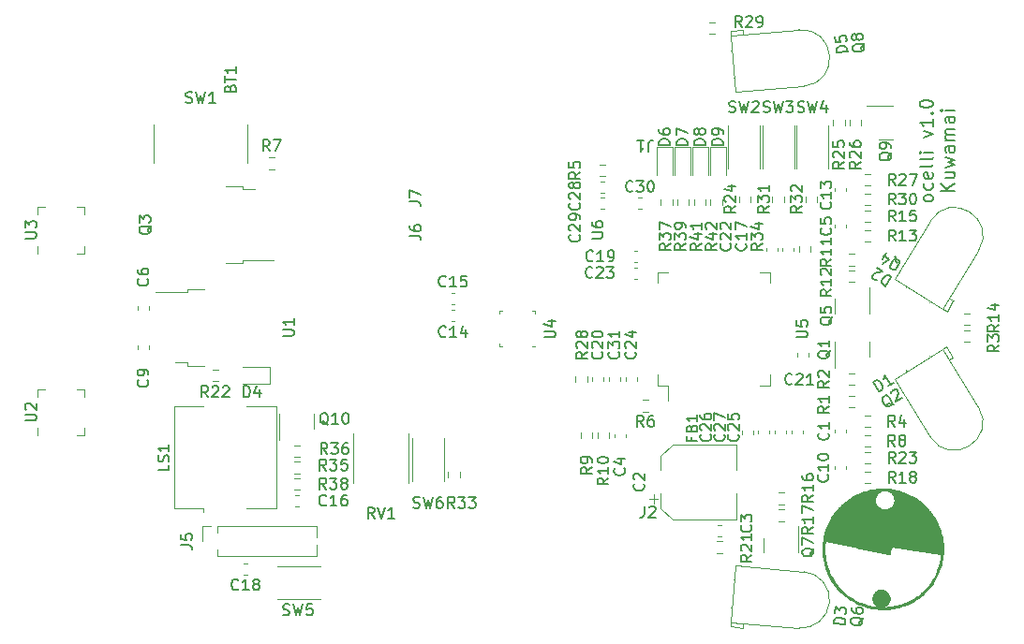
<source format=gto>
G04 #@! TF.GenerationSoftware,KiCad,Pcbnew,6.0.7-f9a2dced07~116~ubuntu20.04.1*
G04 #@! TF.CreationDate,2022-11-16T16:32:29+09:00*
G04 #@! TF.ProjectId,ocelli,6f63656c-6c69-42e6-9b69-6361645f7063,rev?*
G04 #@! TF.SameCoordinates,Original*
G04 #@! TF.FileFunction,Legend,Top*
G04 #@! TF.FilePolarity,Positive*
%FSLAX46Y46*%
G04 Gerber Fmt 4.6, Leading zero omitted, Abs format (unit mm)*
G04 Created by KiCad (PCBNEW 6.0.7-f9a2dced07~116~ubuntu20.04.1) date 2022-11-16 16:32:29*
%MOMM*%
%LPD*%
G01*
G04 APERTURE LIST*
%ADD10C,0.170000*%
%ADD11C,0.150000*%
%ADD12C,0.120000*%
G04 APERTURE END LIST*
D10*
X181576857Y-88721428D02*
X181519714Y-88835714D01*
X181462571Y-88892857D01*
X181348285Y-88950000D01*
X181005428Y-88950000D01*
X180891142Y-88892857D01*
X180834000Y-88835714D01*
X180776857Y-88721428D01*
X180776857Y-88550000D01*
X180834000Y-88435714D01*
X180891142Y-88378571D01*
X181005428Y-88321428D01*
X181348285Y-88321428D01*
X181462571Y-88378571D01*
X181519714Y-88435714D01*
X181576857Y-88550000D01*
X181576857Y-88721428D01*
X181519714Y-87292857D02*
X181576857Y-87407142D01*
X181576857Y-87635714D01*
X181519714Y-87750000D01*
X181462571Y-87807142D01*
X181348285Y-87864285D01*
X181005428Y-87864285D01*
X180891142Y-87807142D01*
X180834000Y-87750000D01*
X180776857Y-87635714D01*
X180776857Y-87407142D01*
X180834000Y-87292857D01*
X181519714Y-86321428D02*
X181576857Y-86435714D01*
X181576857Y-86664285D01*
X181519714Y-86778571D01*
X181405428Y-86835714D01*
X180948285Y-86835714D01*
X180834000Y-86778571D01*
X180776857Y-86664285D01*
X180776857Y-86435714D01*
X180834000Y-86321428D01*
X180948285Y-86264285D01*
X181062571Y-86264285D01*
X181176857Y-86835714D01*
X181576857Y-85578571D02*
X181519714Y-85692857D01*
X181405428Y-85750000D01*
X180376857Y-85750000D01*
X181576857Y-84950000D02*
X181519714Y-85064285D01*
X181405428Y-85121428D01*
X180376857Y-85121428D01*
X181576857Y-84492857D02*
X180776857Y-84492857D01*
X180376857Y-84492857D02*
X180434000Y-84550000D01*
X180491142Y-84492857D01*
X180434000Y-84435714D01*
X180376857Y-84492857D01*
X180491142Y-84492857D01*
X180776857Y-83121428D02*
X181576857Y-82835714D01*
X180776857Y-82550000D01*
X181576857Y-81464285D02*
X181576857Y-82150000D01*
X181576857Y-81807142D02*
X180376857Y-81807142D01*
X180548285Y-81921428D01*
X180662571Y-82035714D01*
X180719714Y-82150000D01*
X181462571Y-80950000D02*
X181519714Y-80892857D01*
X181576857Y-80950000D01*
X181519714Y-81007142D01*
X181462571Y-80950000D01*
X181576857Y-80950000D01*
X180376857Y-80150000D02*
X180376857Y-80035714D01*
X180434000Y-79921428D01*
X180491142Y-79864285D01*
X180605428Y-79807142D01*
X180834000Y-79750000D01*
X181119714Y-79750000D01*
X181348285Y-79807142D01*
X181462571Y-79864285D01*
X181519714Y-79921428D01*
X181576857Y-80035714D01*
X181576857Y-80150000D01*
X181519714Y-80264285D01*
X181462571Y-80321428D01*
X181348285Y-80378571D01*
X181119714Y-80435714D01*
X180834000Y-80435714D01*
X180605428Y-80378571D01*
X180491142Y-80321428D01*
X180434000Y-80264285D01*
X180376857Y-80150000D01*
X183508857Y-88007142D02*
X182308857Y-88007142D01*
X183508857Y-87321428D02*
X182823142Y-87835714D01*
X182308857Y-87321428D02*
X182994571Y-88007142D01*
X182708857Y-86292857D02*
X183508857Y-86292857D01*
X182708857Y-86807142D02*
X183337428Y-86807142D01*
X183451714Y-86750000D01*
X183508857Y-86635714D01*
X183508857Y-86464285D01*
X183451714Y-86350000D01*
X183394571Y-86292857D01*
X182708857Y-85835714D02*
X183508857Y-85607142D01*
X182937428Y-85378571D01*
X183508857Y-85150000D01*
X182708857Y-84921428D01*
X183508857Y-83950000D02*
X182880285Y-83950000D01*
X182766000Y-84007142D01*
X182708857Y-84121428D01*
X182708857Y-84350000D01*
X182766000Y-84464285D01*
X183451714Y-83950000D02*
X183508857Y-84064285D01*
X183508857Y-84350000D01*
X183451714Y-84464285D01*
X183337428Y-84521428D01*
X183223142Y-84521428D01*
X183108857Y-84464285D01*
X183051714Y-84350000D01*
X183051714Y-84064285D01*
X182994571Y-83950000D01*
X183508857Y-83378571D02*
X182708857Y-83378571D01*
X182823142Y-83378571D02*
X182766000Y-83321428D01*
X182708857Y-83207142D01*
X182708857Y-83035714D01*
X182766000Y-82921428D01*
X182880285Y-82864285D01*
X183508857Y-82864285D01*
X182880285Y-82864285D02*
X182766000Y-82807142D01*
X182708857Y-82692857D01*
X182708857Y-82521428D01*
X182766000Y-82407142D01*
X182880285Y-82350000D01*
X183508857Y-82350000D01*
X183508857Y-81264285D02*
X182880285Y-81264285D01*
X182766000Y-81321428D01*
X182708857Y-81435714D01*
X182708857Y-81664285D01*
X182766000Y-81778571D01*
X183451714Y-81264285D02*
X183508857Y-81378571D01*
X183508857Y-81664285D01*
X183451714Y-81778571D01*
X183337428Y-81835714D01*
X183223142Y-81835714D01*
X183108857Y-81778571D01*
X183051714Y-81664285D01*
X183051714Y-81378571D01*
X182994571Y-81264285D01*
X183508857Y-80692857D02*
X182708857Y-80692857D01*
X182308857Y-80692857D02*
X182366000Y-80750000D01*
X182423142Y-80692857D01*
X182366000Y-80635714D01*
X182308857Y-80692857D01*
X182423142Y-80692857D01*
D11*
X166266666Y-80804761D02*
X166409523Y-80852380D01*
X166647619Y-80852380D01*
X166742857Y-80804761D01*
X166790476Y-80757142D01*
X166838095Y-80661904D01*
X166838095Y-80566666D01*
X166790476Y-80471428D01*
X166742857Y-80423809D01*
X166647619Y-80376190D01*
X166457142Y-80328571D01*
X166361904Y-80280952D01*
X166314285Y-80233333D01*
X166266666Y-80138095D01*
X166266666Y-80042857D01*
X166314285Y-79947619D01*
X166361904Y-79900000D01*
X166457142Y-79852380D01*
X166695238Y-79852380D01*
X166838095Y-79900000D01*
X167171428Y-79852380D02*
X167409523Y-80852380D01*
X167600000Y-80138095D01*
X167790476Y-80852380D01*
X168028571Y-79852380D01*
X168314285Y-79852380D02*
X168933333Y-79852380D01*
X168600000Y-80233333D01*
X168742857Y-80233333D01*
X168838095Y-80280952D01*
X168885714Y-80328571D01*
X168933333Y-80423809D01*
X168933333Y-80661904D01*
X168885714Y-80757142D01*
X168838095Y-80804761D01*
X168742857Y-80852380D01*
X168457142Y-80852380D01*
X168361904Y-80804761D01*
X168314285Y-80757142D01*
X172402380Y-96892857D02*
X171926190Y-97226190D01*
X172402380Y-97464285D02*
X171402380Y-97464285D01*
X171402380Y-97083333D01*
X171450000Y-96988095D01*
X171497619Y-96940476D01*
X171592857Y-96892857D01*
X171735714Y-96892857D01*
X171830952Y-96940476D01*
X171878571Y-96988095D01*
X171926190Y-97083333D01*
X171926190Y-97464285D01*
X172402380Y-95940476D02*
X172402380Y-96511904D01*
X172402380Y-96226190D02*
X171402380Y-96226190D01*
X171545238Y-96321428D01*
X171640476Y-96416666D01*
X171688095Y-96511904D01*
X171497619Y-95559523D02*
X171450000Y-95511904D01*
X171402380Y-95416666D01*
X171402380Y-95178571D01*
X171450000Y-95083333D01*
X171497619Y-95035714D01*
X171592857Y-94988095D01*
X171688095Y-94988095D01*
X171830952Y-95035714D01*
X172402380Y-95607142D01*
X172402380Y-94988095D01*
X118066571Y-78685714D02*
X118114190Y-78542857D01*
X118161809Y-78495238D01*
X118257047Y-78447619D01*
X118399904Y-78447619D01*
X118495142Y-78495238D01*
X118542761Y-78542857D01*
X118590380Y-78638095D01*
X118590380Y-79019047D01*
X117590380Y-79019047D01*
X117590380Y-78685714D01*
X117638000Y-78590476D01*
X117685619Y-78542857D01*
X117780857Y-78495238D01*
X117876095Y-78495238D01*
X117971333Y-78542857D01*
X118018952Y-78590476D01*
X118066571Y-78685714D01*
X118066571Y-79019047D01*
X117590380Y-78161904D02*
X117590380Y-77590476D01*
X118590380Y-77876190D02*
X117590380Y-77876190D01*
X118590380Y-76733333D02*
X118590380Y-77304761D01*
X118590380Y-77019047D02*
X117590380Y-77019047D01*
X117733238Y-77114285D01*
X117828476Y-77209523D01*
X117876095Y-77304761D01*
X154457142Y-87957142D02*
X154409523Y-88004761D01*
X154266666Y-88052380D01*
X154171428Y-88052380D01*
X154028571Y-88004761D01*
X153933333Y-87909523D01*
X153885714Y-87814285D01*
X153838095Y-87623809D01*
X153838095Y-87480952D01*
X153885714Y-87290476D01*
X153933333Y-87195238D01*
X154028571Y-87100000D01*
X154171428Y-87052380D01*
X154266666Y-87052380D01*
X154409523Y-87100000D01*
X154457142Y-87147619D01*
X154790476Y-87052380D02*
X155409523Y-87052380D01*
X155076190Y-87433333D01*
X155219047Y-87433333D01*
X155314285Y-87480952D01*
X155361904Y-87528571D01*
X155409523Y-87623809D01*
X155409523Y-87861904D01*
X155361904Y-87957142D01*
X155314285Y-88004761D01*
X155219047Y-88052380D01*
X154933333Y-88052380D01*
X154838095Y-88004761D01*
X154790476Y-87957142D01*
X156028571Y-87052380D02*
X156123809Y-87052380D01*
X156219047Y-87100000D01*
X156266666Y-87147619D01*
X156314285Y-87242857D01*
X156361904Y-87433333D01*
X156361904Y-87671428D01*
X156314285Y-87861904D01*
X156266666Y-87957142D01*
X156219047Y-88004761D01*
X156123809Y-88052380D01*
X156028571Y-88052380D01*
X155933333Y-88004761D01*
X155885714Y-87957142D01*
X155838095Y-87861904D01*
X155790476Y-87671428D01*
X155790476Y-87433333D01*
X155838095Y-87242857D01*
X155885714Y-87147619D01*
X155933333Y-87100000D01*
X156028571Y-87052380D01*
X170752380Y-115492857D02*
X170276190Y-115826190D01*
X170752380Y-116064285D02*
X169752380Y-116064285D01*
X169752380Y-115683333D01*
X169800000Y-115588095D01*
X169847619Y-115540476D01*
X169942857Y-115492857D01*
X170085714Y-115492857D01*
X170180952Y-115540476D01*
X170228571Y-115588095D01*
X170276190Y-115683333D01*
X170276190Y-116064285D01*
X170752380Y-114540476D02*
X170752380Y-115111904D01*
X170752380Y-114826190D02*
X169752380Y-114826190D01*
X169895238Y-114921428D01*
X169990476Y-115016666D01*
X170038095Y-115111904D01*
X169752380Y-113683333D02*
X169752380Y-113873809D01*
X169800000Y-113969047D01*
X169847619Y-114016666D01*
X169990476Y-114111904D01*
X170180952Y-114159523D01*
X170561904Y-114159523D01*
X170657142Y-114111904D01*
X170704761Y-114064285D01*
X170752380Y-113969047D01*
X170752380Y-113778571D01*
X170704761Y-113683333D01*
X170657142Y-113635714D01*
X170561904Y-113588095D01*
X170323809Y-113588095D01*
X170228571Y-113635714D01*
X170180952Y-113683333D01*
X170133333Y-113778571D01*
X170133333Y-113969047D01*
X170180952Y-114064285D01*
X170228571Y-114111904D01*
X170323809Y-114159523D01*
X122816380Y-101091904D02*
X123625904Y-101091904D01*
X123721142Y-101044285D01*
X123768761Y-100996666D01*
X123816380Y-100901428D01*
X123816380Y-100710952D01*
X123768761Y-100615714D01*
X123721142Y-100568095D01*
X123625904Y-100520476D01*
X122816380Y-100520476D01*
X123816380Y-99520476D02*
X123816380Y-100091904D01*
X123816380Y-99806190D02*
X122816380Y-99806190D01*
X122959238Y-99901428D01*
X123054476Y-99996666D01*
X123102095Y-100091904D01*
X150857142Y-94257142D02*
X150809523Y-94304761D01*
X150666666Y-94352380D01*
X150571428Y-94352380D01*
X150428571Y-94304761D01*
X150333333Y-94209523D01*
X150285714Y-94114285D01*
X150238095Y-93923809D01*
X150238095Y-93780952D01*
X150285714Y-93590476D01*
X150333333Y-93495238D01*
X150428571Y-93400000D01*
X150571428Y-93352380D01*
X150666666Y-93352380D01*
X150809523Y-93400000D01*
X150857142Y-93447619D01*
X151809523Y-94352380D02*
X151238095Y-94352380D01*
X151523809Y-94352380D02*
X151523809Y-93352380D01*
X151428571Y-93495238D01*
X151333333Y-93590476D01*
X151238095Y-93638095D01*
X152285714Y-94352380D02*
X152476190Y-94352380D01*
X152571428Y-94304761D01*
X152619047Y-94257142D01*
X152714285Y-94114285D01*
X152761904Y-93923809D01*
X152761904Y-93542857D01*
X152714285Y-93447619D01*
X152666666Y-93400000D01*
X152571428Y-93352380D01*
X152380952Y-93352380D01*
X152285714Y-93400000D01*
X152238095Y-93447619D01*
X152190476Y-93542857D01*
X152190476Y-93780952D01*
X152238095Y-93876190D01*
X152285714Y-93923809D01*
X152380952Y-93971428D01*
X152571428Y-93971428D01*
X152666666Y-93923809D01*
X152714285Y-93876190D01*
X152761904Y-93780952D01*
X172202380Y-105166666D02*
X171726190Y-105500000D01*
X172202380Y-105738095D02*
X171202380Y-105738095D01*
X171202380Y-105357142D01*
X171250000Y-105261904D01*
X171297619Y-105214285D01*
X171392857Y-105166666D01*
X171535714Y-105166666D01*
X171630952Y-105214285D01*
X171678571Y-105261904D01*
X171726190Y-105357142D01*
X171726190Y-105738095D01*
X171297619Y-104785714D02*
X171250000Y-104738095D01*
X171202380Y-104642857D01*
X171202380Y-104404761D01*
X171250000Y-104309523D01*
X171297619Y-104261904D01*
X171392857Y-104214285D01*
X171488095Y-104214285D01*
X171630952Y-104261904D01*
X172202380Y-104833333D01*
X172202380Y-104214285D01*
X163752380Y-89342857D02*
X163276190Y-89676190D01*
X163752380Y-89914285D02*
X162752380Y-89914285D01*
X162752380Y-89533333D01*
X162800000Y-89438095D01*
X162847619Y-89390476D01*
X162942857Y-89342857D01*
X163085714Y-89342857D01*
X163180952Y-89390476D01*
X163228571Y-89438095D01*
X163276190Y-89533333D01*
X163276190Y-89914285D01*
X162847619Y-88961904D02*
X162800000Y-88914285D01*
X162752380Y-88819047D01*
X162752380Y-88580952D01*
X162800000Y-88485714D01*
X162847619Y-88438095D01*
X162942857Y-88390476D01*
X163038095Y-88390476D01*
X163180952Y-88438095D01*
X163752380Y-89009523D01*
X163752380Y-88390476D01*
X163085714Y-87533333D02*
X163752380Y-87533333D01*
X162704761Y-87771428D02*
X163419047Y-88009523D01*
X163419047Y-87390476D01*
X137557142Y-96557142D02*
X137509523Y-96604761D01*
X137366666Y-96652380D01*
X137271428Y-96652380D01*
X137128571Y-96604761D01*
X137033333Y-96509523D01*
X136985714Y-96414285D01*
X136938095Y-96223809D01*
X136938095Y-96080952D01*
X136985714Y-95890476D01*
X137033333Y-95795238D01*
X137128571Y-95700000D01*
X137271428Y-95652380D01*
X137366666Y-95652380D01*
X137509523Y-95700000D01*
X137557142Y-95747619D01*
X138509523Y-96652380D02*
X137938095Y-96652380D01*
X138223809Y-96652380D02*
X138223809Y-95652380D01*
X138128571Y-95795238D01*
X138033333Y-95890476D01*
X137938095Y-95938095D01*
X139414285Y-95652380D02*
X138938095Y-95652380D01*
X138890476Y-96128571D01*
X138938095Y-96080952D01*
X139033333Y-96033333D01*
X139271428Y-96033333D01*
X139366666Y-96080952D01*
X139414285Y-96128571D01*
X139461904Y-96223809D01*
X139461904Y-96461904D01*
X139414285Y-96557142D01*
X139366666Y-96604761D01*
X139271428Y-96652380D01*
X139033333Y-96652380D01*
X138938095Y-96604761D01*
X138890476Y-96557142D01*
X178057628Y-107265603D02*
X177951593Y-107275318D01*
X177820465Y-107244562D01*
X177623772Y-107198429D01*
X177517737Y-107208144D01*
X177436795Y-107258330D01*
X177602731Y-107435592D02*
X177496696Y-107445308D01*
X177365568Y-107414552D01*
X177224724Y-107277760D01*
X177049072Y-106994463D01*
X176989171Y-106807485D01*
X177019926Y-106676357D01*
X177075776Y-106585700D01*
X177237660Y-106485327D01*
X177343695Y-106475612D01*
X177474824Y-106506368D01*
X177615667Y-106643159D01*
X177791319Y-106926457D01*
X177851221Y-107113434D01*
X177820465Y-107244562D01*
X177764616Y-107335220D01*
X177602731Y-107435592D01*
X177813970Y-106240059D02*
X177829348Y-106174494D01*
X177885197Y-106083837D01*
X178087553Y-105958371D01*
X178193588Y-105948656D01*
X178259152Y-105964034D01*
X178349809Y-106019883D01*
X178399996Y-106100825D01*
X178434804Y-106247332D01*
X178250269Y-107034102D01*
X178776393Y-106707892D01*
X149607142Y-89092857D02*
X149654761Y-89140476D01*
X149702380Y-89283333D01*
X149702380Y-89378571D01*
X149654761Y-89521428D01*
X149559523Y-89616666D01*
X149464285Y-89664285D01*
X149273809Y-89711904D01*
X149130952Y-89711904D01*
X148940476Y-89664285D01*
X148845238Y-89616666D01*
X148750000Y-89521428D01*
X148702380Y-89378571D01*
X148702380Y-89283333D01*
X148750000Y-89140476D01*
X148797619Y-89092857D01*
X148797619Y-88711904D02*
X148750000Y-88664285D01*
X148702380Y-88569047D01*
X148702380Y-88330952D01*
X148750000Y-88235714D01*
X148797619Y-88188095D01*
X148892857Y-88140476D01*
X148988095Y-88140476D01*
X149130952Y-88188095D01*
X149702380Y-88759523D01*
X149702380Y-88140476D01*
X149130952Y-87569047D02*
X149083333Y-87664285D01*
X149035714Y-87711904D01*
X148940476Y-87759523D01*
X148892857Y-87759523D01*
X148797619Y-87711904D01*
X148750000Y-87664285D01*
X148702380Y-87569047D01*
X148702380Y-87378571D01*
X148750000Y-87283333D01*
X148797619Y-87235714D01*
X148892857Y-87188095D01*
X148940476Y-87188095D01*
X149035714Y-87235714D01*
X149083333Y-87283333D01*
X149130952Y-87378571D01*
X149130952Y-87569047D01*
X149178571Y-87664285D01*
X149226190Y-87711904D01*
X149321428Y-87759523D01*
X149511904Y-87759523D01*
X149607142Y-87711904D01*
X149654761Y-87664285D01*
X149702380Y-87569047D01*
X149702380Y-87378571D01*
X149654761Y-87283333D01*
X149607142Y-87235714D01*
X149511904Y-87188095D01*
X149321428Y-87188095D01*
X149226190Y-87235714D01*
X149178571Y-87283333D01*
X149130952Y-87378571D01*
X169252380Y-101211904D02*
X170061904Y-101211904D01*
X170157142Y-101164285D01*
X170204761Y-101116666D01*
X170252380Y-101021428D01*
X170252380Y-100830952D01*
X170204761Y-100735714D01*
X170157142Y-100688095D01*
X170061904Y-100640476D01*
X169252380Y-100640476D01*
X169252380Y-99688095D02*
X169252380Y-100164285D01*
X169728571Y-100211904D01*
X169680952Y-100164285D01*
X169633333Y-100069047D01*
X169633333Y-99830952D01*
X169680952Y-99735714D01*
X169728571Y-99688095D01*
X169823809Y-99640476D01*
X170061904Y-99640476D01*
X170157142Y-99688095D01*
X170204761Y-99735714D01*
X170252380Y-99830952D01*
X170252380Y-100069047D01*
X170204761Y-100164285D01*
X170157142Y-100211904D01*
X170732380Y-118392857D02*
X170256190Y-118726190D01*
X170732380Y-118964285D02*
X169732380Y-118964285D01*
X169732380Y-118583333D01*
X169780000Y-118488095D01*
X169827619Y-118440476D01*
X169922857Y-118392857D01*
X170065714Y-118392857D01*
X170160952Y-118440476D01*
X170208571Y-118488095D01*
X170256190Y-118583333D01*
X170256190Y-118964285D01*
X170732380Y-117440476D02*
X170732380Y-118011904D01*
X170732380Y-117726190D02*
X169732380Y-117726190D01*
X169875238Y-117821428D01*
X169970476Y-117916666D01*
X170018095Y-118011904D01*
X169732380Y-117107142D02*
X169732380Y-116440476D01*
X170732380Y-116869047D01*
X155516666Y-116502380D02*
X155516666Y-117216666D01*
X155469047Y-117359523D01*
X155373809Y-117454761D01*
X155230952Y-117502380D01*
X155135714Y-117502380D01*
X155945238Y-116597619D02*
X155992857Y-116550000D01*
X156088095Y-116502380D01*
X156326190Y-116502380D01*
X156421428Y-116550000D01*
X156469047Y-116597619D01*
X156516666Y-116692857D01*
X156516666Y-116788095D01*
X156469047Y-116930952D01*
X155897619Y-117502380D01*
X156516666Y-117502380D01*
X131104761Y-117602380D02*
X130771428Y-117126190D01*
X130533333Y-117602380D02*
X130533333Y-116602380D01*
X130914285Y-116602380D01*
X131009523Y-116650000D01*
X131057142Y-116697619D01*
X131104761Y-116792857D01*
X131104761Y-116935714D01*
X131057142Y-117030952D01*
X131009523Y-117078571D01*
X130914285Y-117126190D01*
X130533333Y-117126190D01*
X131390476Y-116602380D02*
X131723809Y-117602380D01*
X132057142Y-116602380D01*
X132914285Y-117602380D02*
X132342857Y-117602380D01*
X132628571Y-117602380D02*
X132628571Y-116602380D01*
X132533333Y-116745238D01*
X132438095Y-116840476D01*
X132342857Y-116888095D01*
X114078666Y-79974761D02*
X114221523Y-80022380D01*
X114459619Y-80022380D01*
X114554857Y-79974761D01*
X114602476Y-79927142D01*
X114650095Y-79831904D01*
X114650095Y-79736666D01*
X114602476Y-79641428D01*
X114554857Y-79593809D01*
X114459619Y-79546190D01*
X114269142Y-79498571D01*
X114173904Y-79450952D01*
X114126285Y-79403333D01*
X114078666Y-79308095D01*
X114078666Y-79212857D01*
X114126285Y-79117619D01*
X114173904Y-79070000D01*
X114269142Y-79022380D01*
X114507238Y-79022380D01*
X114650095Y-79070000D01*
X114983428Y-79022380D02*
X115221523Y-80022380D01*
X115412000Y-79308095D01*
X115602476Y-80022380D01*
X115840571Y-79022380D01*
X116745333Y-80022380D02*
X116173904Y-80022380D01*
X116459619Y-80022380D02*
X116459619Y-79022380D01*
X116364380Y-79165238D01*
X116269142Y-79260476D01*
X116173904Y-79308095D01*
X173864988Y-75395858D02*
X172868794Y-75483014D01*
X172848042Y-75245825D01*
X172883029Y-75099361D01*
X172969604Y-74996185D01*
X173060330Y-74940447D01*
X173245931Y-74876408D01*
X173388244Y-74863957D01*
X173582146Y-74894794D01*
X173681172Y-74933931D01*
X173784348Y-75020506D01*
X173844237Y-75158669D01*
X173864988Y-75395858D01*
X172740135Y-74012441D02*
X172781638Y-74486820D01*
X173260167Y-74492755D01*
X173208578Y-74449467D01*
X173152840Y-74358742D01*
X173132089Y-74121552D01*
X173171226Y-74022526D01*
X173214513Y-73970938D01*
X173305239Y-73915200D01*
X173542428Y-73894449D01*
X173641454Y-73933586D01*
X173693042Y-73976873D01*
X173748781Y-74067599D01*
X173769532Y-74304788D01*
X173730395Y-74403814D01*
X173687107Y-74455402D01*
X175052380Y-85342857D02*
X174576190Y-85676190D01*
X175052380Y-85914285D02*
X174052380Y-85914285D01*
X174052380Y-85533333D01*
X174100000Y-85438095D01*
X174147619Y-85390476D01*
X174242857Y-85342857D01*
X174385714Y-85342857D01*
X174480952Y-85390476D01*
X174528571Y-85438095D01*
X174576190Y-85533333D01*
X174576190Y-85914285D01*
X174147619Y-84961904D02*
X174100000Y-84914285D01*
X174052380Y-84819047D01*
X174052380Y-84580952D01*
X174100000Y-84485714D01*
X174147619Y-84438095D01*
X174242857Y-84390476D01*
X174338095Y-84390476D01*
X174480952Y-84438095D01*
X175052380Y-85009523D01*
X175052380Y-84390476D01*
X174052380Y-83533333D02*
X174052380Y-83723809D01*
X174100000Y-83819047D01*
X174147619Y-83866666D01*
X174290476Y-83961904D01*
X174480952Y-84009523D01*
X174861904Y-84009523D01*
X174957142Y-83961904D01*
X175004761Y-83914285D01*
X175052380Y-83819047D01*
X175052380Y-83628571D01*
X175004761Y-83533333D01*
X174957142Y-83485714D01*
X174861904Y-83438095D01*
X174623809Y-83438095D01*
X174528571Y-83485714D01*
X174480952Y-83533333D01*
X174433333Y-83628571D01*
X174433333Y-83819047D01*
X174480952Y-83914285D01*
X174528571Y-83961904D01*
X174623809Y-84009523D01*
X150752380Y-92261904D02*
X151561904Y-92261904D01*
X151657142Y-92214285D01*
X151704761Y-92166666D01*
X151752380Y-92071428D01*
X151752380Y-91880952D01*
X151704761Y-91785714D01*
X151657142Y-91738095D01*
X151561904Y-91690476D01*
X150752380Y-91690476D01*
X150752380Y-90785714D02*
X150752380Y-90976190D01*
X150800000Y-91071428D01*
X150847619Y-91119047D01*
X150990476Y-91214285D01*
X151180952Y-91261904D01*
X151561904Y-91261904D01*
X151657142Y-91214285D01*
X151704761Y-91166666D01*
X151752380Y-91071428D01*
X151752380Y-90880952D01*
X151704761Y-90785714D01*
X151657142Y-90738095D01*
X151561904Y-90690476D01*
X151323809Y-90690476D01*
X151228571Y-90738095D01*
X151180952Y-90785714D01*
X151133333Y-90880952D01*
X151133333Y-91071428D01*
X151180952Y-91166666D01*
X151228571Y-91214285D01*
X151323809Y-91261904D01*
X113617380Y-119983333D02*
X114331666Y-119983333D01*
X114474523Y-120030952D01*
X114569761Y-120126190D01*
X114617380Y-120269047D01*
X114617380Y-120364285D01*
X113617380Y-119030952D02*
X113617380Y-119507142D01*
X114093571Y-119554761D01*
X114045952Y-119507142D01*
X113998333Y-119411904D01*
X113998333Y-119173809D01*
X114045952Y-119078571D01*
X114093571Y-119030952D01*
X114188809Y-118983333D01*
X114426904Y-118983333D01*
X114522142Y-119030952D01*
X114569761Y-119078571D01*
X114617380Y-119173809D01*
X114617380Y-119411904D01*
X114569761Y-119507142D01*
X114522142Y-119554761D01*
X170847619Y-120295238D02*
X170800000Y-120390476D01*
X170704761Y-120485714D01*
X170561904Y-120628571D01*
X170514285Y-120723809D01*
X170514285Y-120819047D01*
X170752380Y-120771428D02*
X170704761Y-120866666D01*
X170609523Y-120961904D01*
X170419047Y-121009523D01*
X170085714Y-121009523D01*
X169895238Y-120961904D01*
X169800000Y-120866666D01*
X169752380Y-120771428D01*
X169752380Y-120580952D01*
X169800000Y-120485714D01*
X169895238Y-120390476D01*
X170085714Y-120342857D01*
X170419047Y-120342857D01*
X170609523Y-120390476D01*
X170704761Y-120485714D01*
X170752380Y-120580952D01*
X170752380Y-120771428D01*
X169752380Y-120009523D02*
X169752380Y-119342857D01*
X170752380Y-119771428D01*
X152252380Y-113942857D02*
X151776190Y-114276190D01*
X152252380Y-114514285D02*
X151252380Y-114514285D01*
X151252380Y-114133333D01*
X151300000Y-114038095D01*
X151347619Y-113990476D01*
X151442857Y-113942857D01*
X151585714Y-113942857D01*
X151680952Y-113990476D01*
X151728571Y-114038095D01*
X151776190Y-114133333D01*
X151776190Y-114514285D01*
X152252380Y-112990476D02*
X152252380Y-113561904D01*
X152252380Y-113276190D02*
X151252380Y-113276190D01*
X151395238Y-113371428D01*
X151490476Y-113466666D01*
X151538095Y-113561904D01*
X151252380Y-112371428D02*
X151252380Y-112276190D01*
X151300000Y-112180952D01*
X151347619Y-112133333D01*
X151442857Y-112085714D01*
X151633333Y-112038095D01*
X151871428Y-112038095D01*
X152061904Y-112085714D01*
X152157142Y-112133333D01*
X152204761Y-112180952D01*
X152252380Y-112276190D01*
X152252380Y-112371428D01*
X152204761Y-112466666D01*
X152157142Y-112514285D01*
X152061904Y-112561904D01*
X151871428Y-112609523D01*
X151633333Y-112609523D01*
X151442857Y-112561904D01*
X151347619Y-112514285D01*
X151300000Y-112466666D01*
X151252380Y-112371428D01*
X164657142Y-92742857D02*
X164704761Y-92790476D01*
X164752380Y-92933333D01*
X164752380Y-93028571D01*
X164704761Y-93171428D01*
X164609523Y-93266666D01*
X164514285Y-93314285D01*
X164323809Y-93361904D01*
X164180952Y-93361904D01*
X163990476Y-93314285D01*
X163895238Y-93266666D01*
X163800000Y-93171428D01*
X163752380Y-93028571D01*
X163752380Y-92933333D01*
X163800000Y-92790476D01*
X163847619Y-92742857D01*
X164752380Y-91790476D02*
X164752380Y-92361904D01*
X164752380Y-92076190D02*
X163752380Y-92076190D01*
X163895238Y-92171428D01*
X163990476Y-92266666D01*
X164038095Y-92361904D01*
X163752380Y-91457142D02*
X163752380Y-90790476D01*
X164752380Y-91219047D01*
X178141333Y-111052380D02*
X177808000Y-110576190D01*
X177569904Y-111052380D02*
X177569904Y-110052380D01*
X177950857Y-110052380D01*
X178046095Y-110100000D01*
X178093714Y-110147619D01*
X178141333Y-110242857D01*
X178141333Y-110385714D01*
X178093714Y-110480952D01*
X178046095Y-110528571D01*
X177950857Y-110576190D01*
X177569904Y-110576190D01*
X178712761Y-110480952D02*
X178617523Y-110433333D01*
X178569904Y-110385714D01*
X178522285Y-110290476D01*
X178522285Y-110242857D01*
X178569904Y-110147619D01*
X178617523Y-110100000D01*
X178712761Y-110052380D01*
X178903238Y-110052380D01*
X178998476Y-110100000D01*
X179046095Y-110147619D01*
X179093714Y-110242857D01*
X179093714Y-110290476D01*
X179046095Y-110385714D01*
X178998476Y-110433333D01*
X178903238Y-110480952D01*
X178712761Y-110480952D01*
X178617523Y-110528571D01*
X178569904Y-110576190D01*
X178522285Y-110671428D01*
X178522285Y-110861904D01*
X178569904Y-110957142D01*
X178617523Y-111004761D01*
X178712761Y-111052380D01*
X178903238Y-111052380D01*
X178998476Y-111004761D01*
X179046095Y-110957142D01*
X179093714Y-110861904D01*
X179093714Y-110671428D01*
X179046095Y-110576190D01*
X178998476Y-110528571D01*
X178903238Y-110480952D01*
X169366666Y-80804761D02*
X169509523Y-80852380D01*
X169747619Y-80852380D01*
X169842857Y-80804761D01*
X169890476Y-80757142D01*
X169938095Y-80661904D01*
X169938095Y-80566666D01*
X169890476Y-80471428D01*
X169842857Y-80423809D01*
X169747619Y-80376190D01*
X169557142Y-80328571D01*
X169461904Y-80280952D01*
X169414285Y-80233333D01*
X169366666Y-80138095D01*
X169366666Y-80042857D01*
X169414285Y-79947619D01*
X169461904Y-79900000D01*
X169557142Y-79852380D01*
X169795238Y-79852380D01*
X169938095Y-79900000D01*
X170271428Y-79852380D02*
X170509523Y-80852380D01*
X170700000Y-80138095D01*
X170890476Y-80852380D01*
X171128571Y-79852380D01*
X171938095Y-80185714D02*
X171938095Y-80852380D01*
X171700000Y-79804761D02*
X171461904Y-80519047D01*
X172080952Y-80519047D01*
X149607142Y-91942857D02*
X149654761Y-91990476D01*
X149702380Y-92133333D01*
X149702380Y-92228571D01*
X149654761Y-92371428D01*
X149559523Y-92466666D01*
X149464285Y-92514285D01*
X149273809Y-92561904D01*
X149130952Y-92561904D01*
X148940476Y-92514285D01*
X148845238Y-92466666D01*
X148750000Y-92371428D01*
X148702380Y-92228571D01*
X148702380Y-92133333D01*
X148750000Y-91990476D01*
X148797619Y-91942857D01*
X148797619Y-91561904D02*
X148750000Y-91514285D01*
X148702380Y-91419047D01*
X148702380Y-91180952D01*
X148750000Y-91085714D01*
X148797619Y-91038095D01*
X148892857Y-90990476D01*
X148988095Y-90990476D01*
X149130952Y-91038095D01*
X149702380Y-91609523D01*
X149702380Y-90990476D01*
X149702380Y-90514285D02*
X149702380Y-90323809D01*
X149654761Y-90228571D01*
X149607142Y-90180952D01*
X149464285Y-90085714D01*
X149273809Y-90038095D01*
X148892857Y-90038095D01*
X148797619Y-90085714D01*
X148750000Y-90133333D01*
X148702380Y-90228571D01*
X148702380Y-90419047D01*
X148750000Y-90514285D01*
X148797619Y-90561904D01*
X148892857Y-90609523D01*
X149130952Y-90609523D01*
X149226190Y-90561904D01*
X149273809Y-90514285D01*
X149321428Y-90419047D01*
X149321428Y-90228571D01*
X149273809Y-90133333D01*
X149226190Y-90085714D01*
X149130952Y-90038095D01*
X162707142Y-109992857D02*
X162754761Y-110040476D01*
X162802380Y-110183333D01*
X162802380Y-110278571D01*
X162754761Y-110421428D01*
X162659523Y-110516666D01*
X162564285Y-110564285D01*
X162373809Y-110611904D01*
X162230952Y-110611904D01*
X162040476Y-110564285D01*
X161945238Y-110516666D01*
X161850000Y-110421428D01*
X161802380Y-110278571D01*
X161802380Y-110183333D01*
X161850000Y-110040476D01*
X161897619Y-109992857D01*
X161897619Y-109611904D02*
X161850000Y-109564285D01*
X161802380Y-109469047D01*
X161802380Y-109230952D01*
X161850000Y-109135714D01*
X161897619Y-109088095D01*
X161992857Y-109040476D01*
X162088095Y-109040476D01*
X162230952Y-109088095D01*
X162802380Y-109659523D01*
X162802380Y-109040476D01*
X161802380Y-108707142D02*
X161802380Y-108040476D01*
X162802380Y-108469047D01*
X159252380Y-92742857D02*
X158776190Y-93076190D01*
X159252380Y-93314285D02*
X158252380Y-93314285D01*
X158252380Y-92933333D01*
X158300000Y-92838095D01*
X158347619Y-92790476D01*
X158442857Y-92742857D01*
X158585714Y-92742857D01*
X158680952Y-92790476D01*
X158728571Y-92838095D01*
X158776190Y-92933333D01*
X158776190Y-93314285D01*
X158252380Y-92409523D02*
X158252380Y-91790476D01*
X158633333Y-92123809D01*
X158633333Y-91980952D01*
X158680952Y-91885714D01*
X158728571Y-91838095D01*
X158823809Y-91790476D01*
X159061904Y-91790476D01*
X159157142Y-91838095D01*
X159204761Y-91885714D01*
X159252380Y-91980952D01*
X159252380Y-92266666D01*
X159204761Y-92361904D01*
X159157142Y-92409523D01*
X159252380Y-91314285D02*
X159252380Y-91123809D01*
X159204761Y-91028571D01*
X159157142Y-90980952D01*
X159014285Y-90885714D01*
X158823809Y-90838095D01*
X158442857Y-90838095D01*
X158347619Y-90885714D01*
X158300000Y-90933333D01*
X158252380Y-91028571D01*
X158252380Y-91219047D01*
X158300000Y-91314285D01*
X158347619Y-91361904D01*
X158442857Y-91409523D01*
X158680952Y-91409523D01*
X158776190Y-91361904D01*
X158823809Y-91314285D01*
X158871428Y-91219047D01*
X158871428Y-91028571D01*
X158823809Y-90933333D01*
X158776190Y-90885714D01*
X158680952Y-90838095D01*
X172061142Y-113655857D02*
X172108761Y-113703476D01*
X172156380Y-113846333D01*
X172156380Y-113941571D01*
X172108761Y-114084428D01*
X172013523Y-114179666D01*
X171918285Y-114227285D01*
X171727809Y-114274904D01*
X171584952Y-114274904D01*
X171394476Y-114227285D01*
X171299238Y-114179666D01*
X171204000Y-114084428D01*
X171156380Y-113941571D01*
X171156380Y-113846333D01*
X171204000Y-113703476D01*
X171251619Y-113655857D01*
X172156380Y-112703476D02*
X172156380Y-113274904D01*
X172156380Y-112989190D02*
X171156380Y-112989190D01*
X171299238Y-113084428D01*
X171394476Y-113179666D01*
X171442095Y-113274904D01*
X171156380Y-112084428D02*
X171156380Y-111989190D01*
X171204000Y-111893952D01*
X171251619Y-111846333D01*
X171346857Y-111798714D01*
X171537333Y-111751095D01*
X171775428Y-111751095D01*
X171965904Y-111798714D01*
X172061142Y-111846333D01*
X172108761Y-111893952D01*
X172156380Y-111989190D01*
X172156380Y-112084428D01*
X172108761Y-112179666D01*
X172061142Y-112227285D01*
X171965904Y-112274904D01*
X171775428Y-112322523D01*
X171537333Y-112322523D01*
X171346857Y-112274904D01*
X171251619Y-112227285D01*
X171204000Y-112179666D01*
X171156380Y-112084428D01*
X155433333Y-109282380D02*
X155100000Y-108806190D01*
X154861904Y-109282380D02*
X154861904Y-108282380D01*
X155242857Y-108282380D01*
X155338095Y-108330000D01*
X155385714Y-108377619D01*
X155433333Y-108472857D01*
X155433333Y-108615714D01*
X155385714Y-108710952D01*
X155338095Y-108758571D01*
X155242857Y-108806190D01*
X154861904Y-108806190D01*
X156290476Y-108282380D02*
X156100000Y-108282380D01*
X156004761Y-108330000D01*
X155957142Y-108377619D01*
X155861904Y-108520476D01*
X155814285Y-108710952D01*
X155814285Y-109091904D01*
X155861904Y-109187142D01*
X155909523Y-109234761D01*
X156004761Y-109282380D01*
X156195238Y-109282380D01*
X156290476Y-109234761D01*
X156338095Y-109187142D01*
X156385714Y-109091904D01*
X156385714Y-108853809D01*
X156338095Y-108758571D01*
X156290476Y-108710952D01*
X156195238Y-108663333D01*
X156004761Y-108663333D01*
X155909523Y-108710952D01*
X155861904Y-108758571D01*
X155814285Y-108853809D01*
X168857142Y-105407142D02*
X168809523Y-105454761D01*
X168666666Y-105502380D01*
X168571428Y-105502380D01*
X168428571Y-105454761D01*
X168333333Y-105359523D01*
X168285714Y-105264285D01*
X168238095Y-105073809D01*
X168238095Y-104930952D01*
X168285714Y-104740476D01*
X168333333Y-104645238D01*
X168428571Y-104550000D01*
X168571428Y-104502380D01*
X168666666Y-104502380D01*
X168809523Y-104550000D01*
X168857142Y-104597619D01*
X169238095Y-104597619D02*
X169285714Y-104550000D01*
X169380952Y-104502380D01*
X169619047Y-104502380D01*
X169714285Y-104550000D01*
X169761904Y-104597619D01*
X169809523Y-104692857D01*
X169809523Y-104788095D01*
X169761904Y-104930952D01*
X169190476Y-105502380D01*
X169809523Y-105502380D01*
X170761904Y-105502380D02*
X170190476Y-105502380D01*
X170476190Y-105502380D02*
X170476190Y-104502380D01*
X170380952Y-104645238D01*
X170285714Y-104740476D01*
X170190476Y-104788095D01*
X172297619Y-102395238D02*
X172250000Y-102490476D01*
X172154761Y-102585714D01*
X172011904Y-102728571D01*
X171964285Y-102823809D01*
X171964285Y-102919047D01*
X172202380Y-102871428D02*
X172154761Y-102966666D01*
X172059523Y-103061904D01*
X171869047Y-103109523D01*
X171535714Y-103109523D01*
X171345238Y-103061904D01*
X171250000Y-102966666D01*
X171202380Y-102871428D01*
X171202380Y-102680952D01*
X171250000Y-102585714D01*
X171345238Y-102490476D01*
X171535714Y-102442857D01*
X171869047Y-102442857D01*
X172059523Y-102490476D01*
X172154761Y-102585714D01*
X172202380Y-102680952D01*
X172202380Y-102871428D01*
X172202380Y-101490476D02*
X172202380Y-102061904D01*
X172202380Y-101776190D02*
X171202380Y-101776190D01*
X171345238Y-101871428D01*
X171440476Y-101966666D01*
X171488095Y-102061904D01*
X161457142Y-109992857D02*
X161504761Y-110040476D01*
X161552380Y-110183333D01*
X161552380Y-110278571D01*
X161504761Y-110421428D01*
X161409523Y-110516666D01*
X161314285Y-110564285D01*
X161123809Y-110611904D01*
X160980952Y-110611904D01*
X160790476Y-110564285D01*
X160695238Y-110516666D01*
X160600000Y-110421428D01*
X160552380Y-110278571D01*
X160552380Y-110183333D01*
X160600000Y-110040476D01*
X160647619Y-109992857D01*
X160647619Y-109611904D02*
X160600000Y-109564285D01*
X160552380Y-109469047D01*
X160552380Y-109230952D01*
X160600000Y-109135714D01*
X160647619Y-109088095D01*
X160742857Y-109040476D01*
X160838095Y-109040476D01*
X160980952Y-109088095D01*
X161552380Y-109659523D01*
X161552380Y-109040476D01*
X160552380Y-108183333D02*
X160552380Y-108373809D01*
X160600000Y-108469047D01*
X160647619Y-108516666D01*
X160790476Y-108611904D01*
X160980952Y-108659523D01*
X161361904Y-108659523D01*
X161457142Y-108611904D01*
X161504761Y-108564285D01*
X161552380Y-108469047D01*
X161552380Y-108278571D01*
X161504761Y-108183333D01*
X161457142Y-108135714D01*
X161361904Y-108088095D01*
X161123809Y-108088095D01*
X161028571Y-108135714D01*
X160980952Y-108183333D01*
X160933333Y-108278571D01*
X160933333Y-108469047D01*
X160980952Y-108564285D01*
X161028571Y-108611904D01*
X161123809Y-108659523D01*
X175403835Y-74597147D02*
X175364698Y-74696173D01*
X175278123Y-74799349D01*
X175148260Y-74954114D01*
X175109123Y-75053140D01*
X175117423Y-75148015D01*
X175350462Y-75079826D02*
X175311325Y-75178852D01*
X175224750Y-75282028D01*
X175039149Y-75346067D01*
X174707084Y-75375119D01*
X174513182Y-75344282D01*
X174410006Y-75257707D01*
X174354268Y-75166982D01*
X174337666Y-74977230D01*
X174376804Y-74878204D01*
X174463379Y-74775028D01*
X174648980Y-74710989D01*
X174981045Y-74681937D01*
X175174947Y-74712774D01*
X175278123Y-74799349D01*
X175333861Y-74890075D01*
X175350462Y-75079826D01*
X174694052Y-74133435D02*
X174654915Y-74232461D01*
X174611628Y-74284049D01*
X174520902Y-74339787D01*
X174473464Y-74343937D01*
X174374438Y-74304800D01*
X174322850Y-74261512D01*
X174267112Y-74170787D01*
X174250511Y-73981036D01*
X174289648Y-73882010D01*
X174332936Y-73830422D01*
X174423661Y-73774683D01*
X174471099Y-73770533D01*
X174570125Y-73809670D01*
X174621713Y-73852958D01*
X174677451Y-73943683D01*
X174694052Y-74133435D01*
X174749791Y-74224160D01*
X174801379Y-74267448D01*
X174900405Y-74306585D01*
X175090156Y-74289984D01*
X175180882Y-74234245D01*
X175224169Y-74182657D01*
X175263307Y-74083631D01*
X175246705Y-73893880D01*
X175190967Y-73803155D01*
X175139379Y-73759867D01*
X175040353Y-73720730D01*
X174850602Y-73737331D01*
X174759876Y-73793069D01*
X174716589Y-73844657D01*
X174677451Y-73943683D01*
X173636330Y-127174714D02*
X172640135Y-127087558D01*
X172660886Y-126850369D01*
X172720775Y-126712205D01*
X172823951Y-126625630D01*
X172922977Y-126586493D01*
X173116879Y-126555656D01*
X173259192Y-126568107D01*
X173444794Y-126632146D01*
X173535519Y-126687884D01*
X173622094Y-126791061D01*
X173657081Y-126937524D01*
X173636330Y-127174714D01*
X172718990Y-126186239D02*
X172772944Y-125569547D01*
X173123395Y-125934814D01*
X173135845Y-125792501D01*
X173191584Y-125701775D01*
X173243172Y-125658488D01*
X173342198Y-125619350D01*
X173579387Y-125640102D01*
X173670113Y-125695840D01*
X173713400Y-125747428D01*
X173752537Y-125846454D01*
X173727636Y-126131081D01*
X173671897Y-126221807D01*
X173620309Y-126265094D01*
X151657142Y-102542857D02*
X151704761Y-102590476D01*
X151752380Y-102733333D01*
X151752380Y-102828571D01*
X151704761Y-102971428D01*
X151609523Y-103066666D01*
X151514285Y-103114285D01*
X151323809Y-103161904D01*
X151180952Y-103161904D01*
X150990476Y-103114285D01*
X150895238Y-103066666D01*
X150800000Y-102971428D01*
X150752380Y-102828571D01*
X150752380Y-102733333D01*
X150800000Y-102590476D01*
X150847619Y-102542857D01*
X150847619Y-102161904D02*
X150800000Y-102114285D01*
X150752380Y-102019047D01*
X150752380Y-101780952D01*
X150800000Y-101685714D01*
X150847619Y-101638095D01*
X150942857Y-101590476D01*
X151038095Y-101590476D01*
X151180952Y-101638095D01*
X151752380Y-102209523D01*
X151752380Y-101590476D01*
X150752380Y-100971428D02*
X150752380Y-100876190D01*
X150800000Y-100780952D01*
X150847619Y-100733333D01*
X150942857Y-100685714D01*
X151133333Y-100638095D01*
X151371428Y-100638095D01*
X151561904Y-100685714D01*
X151657142Y-100733333D01*
X151704761Y-100780952D01*
X151752380Y-100876190D01*
X151752380Y-100971428D01*
X151704761Y-101066666D01*
X151657142Y-101114285D01*
X151561904Y-101161904D01*
X151371428Y-101209523D01*
X151133333Y-101209523D01*
X150942857Y-101161904D01*
X150847619Y-101114285D01*
X150800000Y-101066666D01*
X150752380Y-100971428D01*
X172307142Y-91330666D02*
X172354761Y-91378285D01*
X172402380Y-91521142D01*
X172402380Y-91616380D01*
X172354761Y-91759238D01*
X172259523Y-91854476D01*
X172164285Y-91902095D01*
X171973809Y-91949714D01*
X171830952Y-91949714D01*
X171640476Y-91902095D01*
X171545238Y-91854476D01*
X171450000Y-91759238D01*
X171402380Y-91616380D01*
X171402380Y-91521142D01*
X171450000Y-91378285D01*
X171497619Y-91330666D01*
X171402380Y-90425904D02*
X171402380Y-90902095D01*
X171878571Y-90949714D01*
X171830952Y-90902095D01*
X171783333Y-90806857D01*
X171783333Y-90568761D01*
X171830952Y-90473523D01*
X171878571Y-90425904D01*
X171973809Y-90378285D01*
X172211904Y-90378285D01*
X172307142Y-90425904D01*
X172354761Y-90473523D01*
X172402380Y-90568761D01*
X172402380Y-90806857D01*
X172354761Y-90902095D01*
X172307142Y-90949714D01*
X175287234Y-126592603D02*
X175231496Y-126683329D01*
X175128320Y-126769904D01*
X174973555Y-126899767D01*
X174917817Y-126990492D01*
X174909516Y-127085368D01*
X175150856Y-127058681D02*
X175095117Y-127149407D01*
X174991941Y-127235982D01*
X174798039Y-127266819D01*
X174465975Y-127237767D01*
X174280373Y-127173728D01*
X174193798Y-127070551D01*
X174154661Y-126971525D01*
X174171262Y-126781774D01*
X174227001Y-126691049D01*
X174330177Y-126604474D01*
X174524078Y-126573637D01*
X174856143Y-126602689D01*
X175041744Y-126666728D01*
X175128320Y-126769904D01*
X175167457Y-126868930D01*
X175150856Y-127058681D01*
X174266718Y-125690704D02*
X174250117Y-125880455D01*
X174289255Y-125979481D01*
X174332542Y-126031069D01*
X174466555Y-126138396D01*
X174652156Y-126202435D01*
X175031659Y-126235637D01*
X175130685Y-126196499D01*
X175182273Y-126153212D01*
X175238011Y-126062487D01*
X175254613Y-125872735D01*
X175215475Y-125773709D01*
X175172188Y-125722121D01*
X175081462Y-125666383D01*
X174844273Y-125645631D01*
X174745247Y-125684769D01*
X174693659Y-125728056D01*
X174637921Y-125818782D01*
X174621320Y-126008533D01*
X174660457Y-126107559D01*
X174703744Y-126159147D01*
X174794470Y-126214885D01*
X178173142Y-87427380D02*
X177839809Y-86951190D01*
X177601714Y-87427380D02*
X177601714Y-86427380D01*
X177982666Y-86427380D01*
X178077904Y-86475000D01*
X178125523Y-86522619D01*
X178173142Y-86617857D01*
X178173142Y-86760714D01*
X178125523Y-86855952D01*
X178077904Y-86903571D01*
X177982666Y-86951190D01*
X177601714Y-86951190D01*
X178554095Y-86522619D02*
X178601714Y-86475000D01*
X178696952Y-86427380D01*
X178935047Y-86427380D01*
X179030285Y-86475000D01*
X179077904Y-86522619D01*
X179125523Y-86617857D01*
X179125523Y-86713095D01*
X179077904Y-86855952D01*
X178506476Y-87427380D01*
X179125523Y-87427380D01*
X179458857Y-86427380D02*
X180125523Y-86427380D01*
X179696952Y-87427380D01*
X134616666Y-116604761D02*
X134759523Y-116652380D01*
X134997619Y-116652380D01*
X135092857Y-116604761D01*
X135140476Y-116557142D01*
X135188095Y-116461904D01*
X135188095Y-116366666D01*
X135140476Y-116271428D01*
X135092857Y-116223809D01*
X134997619Y-116176190D01*
X134807142Y-116128571D01*
X134711904Y-116080952D01*
X134664285Y-116033333D01*
X134616666Y-115938095D01*
X134616666Y-115842857D01*
X134664285Y-115747619D01*
X134711904Y-115700000D01*
X134807142Y-115652380D01*
X135045238Y-115652380D01*
X135188095Y-115700000D01*
X135521428Y-115652380D02*
X135759523Y-116652380D01*
X135950000Y-115938095D01*
X136140476Y-116652380D01*
X136378571Y-115652380D01*
X137188095Y-115652380D02*
X136997619Y-115652380D01*
X136902380Y-115700000D01*
X136854761Y-115747619D01*
X136759523Y-115890476D01*
X136711904Y-116080952D01*
X136711904Y-116461904D01*
X136759523Y-116557142D01*
X136807142Y-116604761D01*
X136902380Y-116652380D01*
X137092857Y-116652380D01*
X137188095Y-116604761D01*
X137235714Y-116557142D01*
X137283333Y-116461904D01*
X137283333Y-116223809D01*
X137235714Y-116128571D01*
X137188095Y-116080952D01*
X137092857Y-116033333D01*
X136902380Y-116033333D01*
X136807142Y-116080952D01*
X136759523Y-116128571D01*
X136711904Y-116223809D01*
X134252380Y-88933333D02*
X134966666Y-88933333D01*
X135109523Y-88980952D01*
X135204761Y-89076190D01*
X135252380Y-89219047D01*
X135252380Y-89314285D01*
X134252380Y-88552380D02*
X134252380Y-87885714D01*
X135252380Y-88314285D01*
X161000380Y-83838095D02*
X160000380Y-83838095D01*
X160000380Y-83600000D01*
X160048000Y-83457142D01*
X160143238Y-83361904D01*
X160238476Y-83314285D01*
X160428952Y-83266666D01*
X160571809Y-83266666D01*
X160762285Y-83314285D01*
X160857523Y-83361904D01*
X160952761Y-83457142D01*
X161000380Y-83600000D01*
X161000380Y-83838095D01*
X160428952Y-82695238D02*
X160381333Y-82790476D01*
X160333714Y-82838095D01*
X160238476Y-82885714D01*
X160190857Y-82885714D01*
X160095619Y-82838095D01*
X160048000Y-82790476D01*
X160000380Y-82695238D01*
X160000380Y-82504761D01*
X160048000Y-82409523D01*
X160095619Y-82361904D01*
X160190857Y-82314285D01*
X160238476Y-82314285D01*
X160333714Y-82361904D01*
X160381333Y-82409523D01*
X160428952Y-82504761D01*
X160428952Y-82695238D01*
X160476571Y-82790476D01*
X160524190Y-82838095D01*
X160619428Y-82885714D01*
X160809904Y-82885714D01*
X160905142Y-82838095D01*
X160952761Y-82790476D01*
X161000380Y-82695238D01*
X161000380Y-82504761D01*
X160952761Y-82409523D01*
X160905142Y-82361904D01*
X160809904Y-82314285D01*
X160619428Y-82314285D01*
X160524190Y-82361904D01*
X160476571Y-82409523D01*
X160428952Y-82504761D01*
X178173142Y-92505380D02*
X177839809Y-92029190D01*
X177601714Y-92505380D02*
X177601714Y-91505380D01*
X177982666Y-91505380D01*
X178077904Y-91553000D01*
X178125523Y-91600619D01*
X178173142Y-91695857D01*
X178173142Y-91838714D01*
X178125523Y-91933952D01*
X178077904Y-91981571D01*
X177982666Y-92029190D01*
X177601714Y-92029190D01*
X179125523Y-92505380D02*
X178554095Y-92505380D01*
X178839809Y-92505380D02*
X178839809Y-91505380D01*
X178744571Y-91648238D01*
X178649333Y-91743476D01*
X178554095Y-91791095D01*
X179458857Y-91505380D02*
X180077904Y-91505380D01*
X179744571Y-91886333D01*
X179887428Y-91886333D01*
X179982666Y-91933952D01*
X180030285Y-91981571D01*
X180077904Y-92076809D01*
X180077904Y-92314904D01*
X180030285Y-92410142D01*
X179982666Y-92457761D01*
X179887428Y-92505380D01*
X179601714Y-92505380D01*
X179506476Y-92457761D01*
X179458857Y-92410142D01*
X157852380Y-92742857D02*
X157376190Y-93076190D01*
X157852380Y-93314285D02*
X156852380Y-93314285D01*
X156852380Y-92933333D01*
X156900000Y-92838095D01*
X156947619Y-92790476D01*
X157042857Y-92742857D01*
X157185714Y-92742857D01*
X157280952Y-92790476D01*
X157328571Y-92838095D01*
X157376190Y-92933333D01*
X157376190Y-93314285D01*
X156852380Y-92409523D02*
X156852380Y-91790476D01*
X157233333Y-92123809D01*
X157233333Y-91980952D01*
X157280952Y-91885714D01*
X157328571Y-91838095D01*
X157423809Y-91790476D01*
X157661904Y-91790476D01*
X157757142Y-91838095D01*
X157804761Y-91885714D01*
X157852380Y-91980952D01*
X157852380Y-92266666D01*
X157804761Y-92361904D01*
X157757142Y-92409523D01*
X156852380Y-91457142D02*
X156852380Y-90790476D01*
X157852380Y-91219047D01*
X150352380Y-102542857D02*
X149876190Y-102876190D01*
X150352380Y-103114285D02*
X149352380Y-103114285D01*
X149352380Y-102733333D01*
X149400000Y-102638095D01*
X149447619Y-102590476D01*
X149542857Y-102542857D01*
X149685714Y-102542857D01*
X149780952Y-102590476D01*
X149828571Y-102638095D01*
X149876190Y-102733333D01*
X149876190Y-103114285D01*
X149447619Y-102161904D02*
X149400000Y-102114285D01*
X149352380Y-102019047D01*
X149352380Y-101780952D01*
X149400000Y-101685714D01*
X149447619Y-101638095D01*
X149542857Y-101590476D01*
X149638095Y-101590476D01*
X149780952Y-101638095D01*
X150352380Y-102209523D01*
X150352380Y-101590476D01*
X149780952Y-101019047D02*
X149733333Y-101114285D01*
X149685714Y-101161904D01*
X149590476Y-101209523D01*
X149542857Y-101209523D01*
X149447619Y-101161904D01*
X149400000Y-101114285D01*
X149352380Y-101019047D01*
X149352380Y-100828571D01*
X149400000Y-100733333D01*
X149447619Y-100685714D01*
X149542857Y-100638095D01*
X149590476Y-100638095D01*
X149685714Y-100685714D01*
X149733333Y-100733333D01*
X149780952Y-100828571D01*
X149780952Y-101019047D01*
X149828571Y-101114285D01*
X149876190Y-101161904D01*
X149971428Y-101209523D01*
X150161904Y-101209523D01*
X150257142Y-101161904D01*
X150304761Y-101114285D01*
X150352380Y-101019047D01*
X150352380Y-100828571D01*
X150304761Y-100733333D01*
X150257142Y-100685714D01*
X150161904Y-100638095D01*
X149971428Y-100638095D01*
X149876190Y-100685714D01*
X149828571Y-100733333D01*
X149780952Y-100828571D01*
X150807142Y-95757142D02*
X150759523Y-95804761D01*
X150616666Y-95852380D01*
X150521428Y-95852380D01*
X150378571Y-95804761D01*
X150283333Y-95709523D01*
X150235714Y-95614285D01*
X150188095Y-95423809D01*
X150188095Y-95280952D01*
X150235714Y-95090476D01*
X150283333Y-94995238D01*
X150378571Y-94900000D01*
X150521428Y-94852380D01*
X150616666Y-94852380D01*
X150759523Y-94900000D01*
X150807142Y-94947619D01*
X151188095Y-94947619D02*
X151235714Y-94900000D01*
X151330952Y-94852380D01*
X151569047Y-94852380D01*
X151664285Y-94900000D01*
X151711904Y-94947619D01*
X151759523Y-95042857D01*
X151759523Y-95138095D01*
X151711904Y-95280952D01*
X151140476Y-95852380D01*
X151759523Y-95852380D01*
X152092857Y-94852380D02*
X152711904Y-94852380D01*
X152378571Y-95233333D01*
X152521428Y-95233333D01*
X152616666Y-95280952D01*
X152664285Y-95328571D01*
X152711904Y-95423809D01*
X152711904Y-95661904D01*
X152664285Y-95757142D01*
X152616666Y-95804761D01*
X152521428Y-95852380D01*
X152235714Y-95852380D01*
X152140476Y-95804761D01*
X152092857Y-95757142D01*
X187552380Y-101916666D02*
X187076190Y-102250000D01*
X187552380Y-102488095D02*
X186552380Y-102488095D01*
X186552380Y-102107142D01*
X186600000Y-102011904D01*
X186647619Y-101964285D01*
X186742857Y-101916666D01*
X186885714Y-101916666D01*
X186980952Y-101964285D01*
X187028571Y-102011904D01*
X187076190Y-102107142D01*
X187076190Y-102488095D01*
X186552380Y-101583333D02*
X186552380Y-100964285D01*
X186933333Y-101297619D01*
X186933333Y-101154761D01*
X186980952Y-101059523D01*
X187028571Y-101011904D01*
X187123809Y-100964285D01*
X187361904Y-100964285D01*
X187457142Y-101011904D01*
X187504761Y-101059523D01*
X187552380Y-101154761D01*
X187552380Y-101440476D01*
X187504761Y-101535714D01*
X187457142Y-101583333D01*
X150752380Y-112966666D02*
X150276190Y-113300000D01*
X150752380Y-113538095D02*
X149752380Y-113538095D01*
X149752380Y-113157142D01*
X149800000Y-113061904D01*
X149847619Y-113014285D01*
X149942857Y-112966666D01*
X150085714Y-112966666D01*
X150180952Y-113014285D01*
X150228571Y-113061904D01*
X150276190Y-113157142D01*
X150276190Y-113538095D01*
X150752380Y-112490476D02*
X150752380Y-112300000D01*
X150704761Y-112204761D01*
X150657142Y-112157142D01*
X150514285Y-112061904D01*
X150323809Y-112014285D01*
X149942857Y-112014285D01*
X149847619Y-112061904D01*
X149800000Y-112109523D01*
X149752380Y-112204761D01*
X149752380Y-112395238D01*
X149800000Y-112490476D01*
X149847619Y-112538095D01*
X149942857Y-112585714D01*
X150180952Y-112585714D01*
X150276190Y-112538095D01*
X150323809Y-112490476D01*
X150371428Y-112395238D01*
X150371428Y-112204761D01*
X150323809Y-112109523D01*
X150276190Y-112061904D01*
X150180952Y-112014285D01*
X172307142Y-88992857D02*
X172354761Y-89040476D01*
X172402380Y-89183333D01*
X172402380Y-89278571D01*
X172354761Y-89421428D01*
X172259523Y-89516666D01*
X172164285Y-89564285D01*
X171973809Y-89611904D01*
X171830952Y-89611904D01*
X171640476Y-89564285D01*
X171545238Y-89516666D01*
X171450000Y-89421428D01*
X171402380Y-89278571D01*
X171402380Y-89183333D01*
X171450000Y-89040476D01*
X171497619Y-88992857D01*
X172402380Y-88040476D02*
X172402380Y-88611904D01*
X172402380Y-88326190D02*
X171402380Y-88326190D01*
X171545238Y-88421428D01*
X171640476Y-88516666D01*
X171688095Y-88611904D01*
X171402380Y-87707142D02*
X171402380Y-87088095D01*
X171783333Y-87421428D01*
X171783333Y-87278571D01*
X171830952Y-87183333D01*
X171878571Y-87135714D01*
X171973809Y-87088095D01*
X172211904Y-87088095D01*
X172307142Y-87135714D01*
X172354761Y-87183333D01*
X172402380Y-87278571D01*
X172402380Y-87564285D01*
X172354761Y-87659523D01*
X172307142Y-87707142D01*
X157802380Y-83838095D02*
X156802380Y-83838095D01*
X156802380Y-83600000D01*
X156850000Y-83457142D01*
X156945238Y-83361904D01*
X157040476Y-83314285D01*
X157230952Y-83266666D01*
X157373809Y-83266666D01*
X157564285Y-83314285D01*
X157659523Y-83361904D01*
X157754761Y-83457142D01*
X157802380Y-83600000D01*
X157802380Y-83838095D01*
X156802380Y-82409523D02*
X156802380Y-82600000D01*
X156850000Y-82695238D01*
X156897619Y-82742857D01*
X157040476Y-82838095D01*
X157230952Y-82885714D01*
X157611904Y-82885714D01*
X157707142Y-82838095D01*
X157754761Y-82790476D01*
X157802380Y-82695238D01*
X157802380Y-82504761D01*
X157754761Y-82409523D01*
X157707142Y-82361904D01*
X157611904Y-82314285D01*
X157373809Y-82314285D01*
X157278571Y-82361904D01*
X157230952Y-82409523D01*
X157183333Y-82504761D01*
X157183333Y-82695238D01*
X157230952Y-82790476D01*
X157278571Y-82838095D01*
X157373809Y-82885714D01*
X121633333Y-84352380D02*
X121300000Y-83876190D01*
X121061904Y-84352380D02*
X121061904Y-83352380D01*
X121442857Y-83352380D01*
X121538095Y-83400000D01*
X121585714Y-83447619D01*
X121633333Y-83542857D01*
X121633333Y-83685714D01*
X121585714Y-83780952D01*
X121538095Y-83828571D01*
X121442857Y-83876190D01*
X121061904Y-83876190D01*
X121966666Y-83352380D02*
X122633333Y-83352380D01*
X122204761Y-84352380D01*
X126928571Y-109147619D02*
X126833333Y-109100000D01*
X126738095Y-109004761D01*
X126595238Y-108861904D01*
X126500000Y-108814285D01*
X126404761Y-108814285D01*
X126452380Y-109052380D02*
X126357142Y-109004761D01*
X126261904Y-108909523D01*
X126214285Y-108719047D01*
X126214285Y-108385714D01*
X126261904Y-108195238D01*
X126357142Y-108100000D01*
X126452380Y-108052380D01*
X126642857Y-108052380D01*
X126738095Y-108100000D01*
X126833333Y-108195238D01*
X126880952Y-108385714D01*
X126880952Y-108719047D01*
X126833333Y-108909523D01*
X126738095Y-109004761D01*
X126642857Y-109052380D01*
X126452380Y-109052380D01*
X127833333Y-109052380D02*
X127261904Y-109052380D01*
X127547619Y-109052380D02*
X127547619Y-108052380D01*
X127452380Y-108195238D01*
X127357142Y-108290476D01*
X127261904Y-108338095D01*
X128452380Y-108052380D02*
X128547619Y-108052380D01*
X128642857Y-108100000D01*
X128690476Y-108147619D01*
X128738095Y-108242857D01*
X128785714Y-108433333D01*
X128785714Y-108671428D01*
X128738095Y-108861904D01*
X128690476Y-108957142D01*
X128642857Y-109004761D01*
X128547619Y-109052380D01*
X128452380Y-109052380D01*
X128357142Y-109004761D01*
X128309523Y-108957142D01*
X128261904Y-108861904D01*
X128214285Y-108671428D01*
X128214285Y-108433333D01*
X128261904Y-108242857D01*
X128309523Y-108147619D01*
X128357142Y-108100000D01*
X128452380Y-108052380D01*
X126857142Y-111752380D02*
X126523809Y-111276190D01*
X126285714Y-111752380D02*
X126285714Y-110752380D01*
X126666666Y-110752380D01*
X126761904Y-110800000D01*
X126809523Y-110847619D01*
X126857142Y-110942857D01*
X126857142Y-111085714D01*
X126809523Y-111180952D01*
X126761904Y-111228571D01*
X126666666Y-111276190D01*
X126285714Y-111276190D01*
X127190476Y-110752380D02*
X127809523Y-110752380D01*
X127476190Y-111133333D01*
X127619047Y-111133333D01*
X127714285Y-111180952D01*
X127761904Y-111228571D01*
X127809523Y-111323809D01*
X127809523Y-111561904D01*
X127761904Y-111657142D01*
X127714285Y-111704761D01*
X127619047Y-111752380D01*
X127333333Y-111752380D01*
X127238095Y-111704761D01*
X127190476Y-111657142D01*
X128666666Y-110752380D02*
X128476190Y-110752380D01*
X128380952Y-110800000D01*
X128333333Y-110847619D01*
X128238095Y-110990476D01*
X128190476Y-111180952D01*
X128190476Y-111561904D01*
X128238095Y-111657142D01*
X128285714Y-111704761D01*
X128380952Y-111752380D01*
X128571428Y-111752380D01*
X128666666Y-111704761D01*
X128714285Y-111657142D01*
X128761904Y-111561904D01*
X128761904Y-111323809D01*
X128714285Y-111228571D01*
X128666666Y-111180952D01*
X128571428Y-111133333D01*
X128380952Y-111133333D01*
X128285714Y-111180952D01*
X128238095Y-111228571D01*
X128190476Y-111323809D01*
X163166666Y-80804761D02*
X163309523Y-80852380D01*
X163547619Y-80852380D01*
X163642857Y-80804761D01*
X163690476Y-80757142D01*
X163738095Y-80661904D01*
X163738095Y-80566666D01*
X163690476Y-80471428D01*
X163642857Y-80423809D01*
X163547619Y-80376190D01*
X163357142Y-80328571D01*
X163261904Y-80280952D01*
X163214285Y-80233333D01*
X163166666Y-80138095D01*
X163166666Y-80042857D01*
X163214285Y-79947619D01*
X163261904Y-79900000D01*
X163357142Y-79852380D01*
X163595238Y-79852380D01*
X163738095Y-79900000D01*
X164071428Y-79852380D02*
X164309523Y-80852380D01*
X164500000Y-80138095D01*
X164690476Y-80852380D01*
X164928571Y-79852380D01*
X165261904Y-79947619D02*
X165309523Y-79900000D01*
X165404761Y-79852380D01*
X165642857Y-79852380D01*
X165738095Y-79900000D01*
X165785714Y-79947619D01*
X165833333Y-80042857D01*
X165833333Y-80138095D01*
X165785714Y-80280952D01*
X165214285Y-80852380D01*
X165833333Y-80852380D01*
X169752380Y-89342857D02*
X169276190Y-89676190D01*
X169752380Y-89914285D02*
X168752380Y-89914285D01*
X168752380Y-89533333D01*
X168800000Y-89438095D01*
X168847619Y-89390476D01*
X168942857Y-89342857D01*
X169085714Y-89342857D01*
X169180952Y-89390476D01*
X169228571Y-89438095D01*
X169276190Y-89533333D01*
X169276190Y-89914285D01*
X168752380Y-89009523D02*
X168752380Y-88390476D01*
X169133333Y-88723809D01*
X169133333Y-88580952D01*
X169180952Y-88485714D01*
X169228571Y-88438095D01*
X169323809Y-88390476D01*
X169561904Y-88390476D01*
X169657142Y-88438095D01*
X169704761Y-88485714D01*
X169752380Y-88580952D01*
X169752380Y-88866666D01*
X169704761Y-88961904D01*
X169657142Y-89009523D01*
X168847619Y-88009523D02*
X168800000Y-87961904D01*
X168752380Y-87866666D01*
X168752380Y-87628571D01*
X168800000Y-87533333D01*
X168847619Y-87485714D01*
X168942857Y-87438095D01*
X169038095Y-87438095D01*
X169180952Y-87485714D01*
X169752380Y-88057142D01*
X169752380Y-87438095D01*
X116084142Y-106624380D02*
X115750809Y-106148190D01*
X115512714Y-106624380D02*
X115512714Y-105624380D01*
X115893666Y-105624380D01*
X115988904Y-105672000D01*
X116036523Y-105719619D01*
X116084142Y-105814857D01*
X116084142Y-105957714D01*
X116036523Y-106052952D01*
X115988904Y-106100571D01*
X115893666Y-106148190D01*
X115512714Y-106148190D01*
X116465095Y-105719619D02*
X116512714Y-105672000D01*
X116607952Y-105624380D01*
X116846047Y-105624380D01*
X116941285Y-105672000D01*
X116988904Y-105719619D01*
X117036523Y-105814857D01*
X117036523Y-105910095D01*
X116988904Y-106052952D01*
X116417476Y-106624380D01*
X117036523Y-106624380D01*
X117417476Y-105719619D02*
X117465095Y-105672000D01*
X117560333Y-105624380D01*
X117798428Y-105624380D01*
X117893666Y-105672000D01*
X117941285Y-105719619D01*
X117988904Y-105814857D01*
X117988904Y-105910095D01*
X117941285Y-106052952D01*
X117369857Y-106624380D01*
X117988904Y-106624380D01*
X155407142Y-114466666D02*
X155454761Y-114514285D01*
X155502380Y-114657142D01*
X155502380Y-114752380D01*
X155454761Y-114895238D01*
X155359523Y-114990476D01*
X155264285Y-115038095D01*
X155073809Y-115085714D01*
X154930952Y-115085714D01*
X154740476Y-115038095D01*
X154645238Y-114990476D01*
X154550000Y-114895238D01*
X154502380Y-114752380D01*
X154502380Y-114657142D01*
X154550000Y-114514285D01*
X154597619Y-114466666D01*
X154597619Y-114085714D02*
X154550000Y-114038095D01*
X154502380Y-113942857D01*
X154502380Y-113704761D01*
X154550000Y-113609523D01*
X154597619Y-113561904D01*
X154692857Y-113514285D01*
X154788095Y-113514285D01*
X154930952Y-113561904D01*
X155502380Y-114133333D01*
X155502380Y-113514285D01*
X126757142Y-114952380D02*
X126423809Y-114476190D01*
X126185714Y-114952380D02*
X126185714Y-113952380D01*
X126566666Y-113952380D01*
X126661904Y-114000000D01*
X126709523Y-114047619D01*
X126757142Y-114142857D01*
X126757142Y-114285714D01*
X126709523Y-114380952D01*
X126661904Y-114428571D01*
X126566666Y-114476190D01*
X126185714Y-114476190D01*
X127090476Y-113952380D02*
X127709523Y-113952380D01*
X127376190Y-114333333D01*
X127519047Y-114333333D01*
X127614285Y-114380952D01*
X127661904Y-114428571D01*
X127709523Y-114523809D01*
X127709523Y-114761904D01*
X127661904Y-114857142D01*
X127614285Y-114904761D01*
X127519047Y-114952380D01*
X127233333Y-114952380D01*
X127138095Y-114904761D01*
X127090476Y-114857142D01*
X128280952Y-114380952D02*
X128185714Y-114333333D01*
X128138095Y-114285714D01*
X128090476Y-114190476D01*
X128090476Y-114142857D01*
X128138095Y-114047619D01*
X128185714Y-114000000D01*
X128280952Y-113952380D01*
X128471428Y-113952380D01*
X128566666Y-114000000D01*
X128614285Y-114047619D01*
X128661904Y-114142857D01*
X128661904Y-114190476D01*
X128614285Y-114285714D01*
X128566666Y-114333333D01*
X128471428Y-114380952D01*
X128280952Y-114380952D01*
X128185714Y-114428571D01*
X128138095Y-114476190D01*
X128090476Y-114571428D01*
X128090476Y-114761904D01*
X128138095Y-114857142D01*
X128185714Y-114904761D01*
X128280952Y-114952380D01*
X128471428Y-114952380D01*
X128566666Y-114904761D01*
X128614285Y-114857142D01*
X128661904Y-114761904D01*
X128661904Y-114571428D01*
X128614285Y-114476190D01*
X128566666Y-114428571D01*
X128471428Y-114380952D01*
X112552380Y-112742857D02*
X112552380Y-113219047D01*
X111552380Y-113219047D01*
X112504761Y-112457142D02*
X112552380Y-112314285D01*
X112552380Y-112076190D01*
X112504761Y-111980952D01*
X112457142Y-111933333D01*
X112361904Y-111885714D01*
X112266666Y-111885714D01*
X112171428Y-111933333D01*
X112123809Y-111980952D01*
X112076190Y-112076190D01*
X112028571Y-112266666D01*
X111980952Y-112361904D01*
X111933333Y-112409523D01*
X111838095Y-112457142D01*
X111742857Y-112457142D01*
X111647619Y-112409523D01*
X111600000Y-112361904D01*
X111552380Y-112266666D01*
X111552380Y-112028571D01*
X111600000Y-111885714D01*
X112552380Y-110933333D02*
X112552380Y-111504761D01*
X112552380Y-111219047D02*
X111552380Y-111219047D01*
X111695238Y-111314285D01*
X111790476Y-111409523D01*
X111838095Y-111504761D01*
X126757142Y-116357142D02*
X126709523Y-116404761D01*
X126566666Y-116452380D01*
X126471428Y-116452380D01*
X126328571Y-116404761D01*
X126233333Y-116309523D01*
X126185714Y-116214285D01*
X126138095Y-116023809D01*
X126138095Y-115880952D01*
X126185714Y-115690476D01*
X126233333Y-115595238D01*
X126328571Y-115500000D01*
X126471428Y-115452380D01*
X126566666Y-115452380D01*
X126709523Y-115500000D01*
X126757142Y-115547619D01*
X127709523Y-116452380D02*
X127138095Y-116452380D01*
X127423809Y-116452380D02*
X127423809Y-115452380D01*
X127328571Y-115595238D01*
X127233333Y-115690476D01*
X127138095Y-115738095D01*
X128566666Y-115452380D02*
X128376190Y-115452380D01*
X128280952Y-115500000D01*
X128233333Y-115547619D01*
X128138095Y-115690476D01*
X128090476Y-115880952D01*
X128090476Y-116261904D01*
X128138095Y-116357142D01*
X128185714Y-116404761D01*
X128280952Y-116452380D01*
X128471428Y-116452380D01*
X128566666Y-116404761D01*
X128614285Y-116357142D01*
X128661904Y-116261904D01*
X128661904Y-116023809D01*
X128614285Y-115928571D01*
X128566666Y-115880952D01*
X128471428Y-115833333D01*
X128280952Y-115833333D01*
X128185714Y-115880952D01*
X128138095Y-115928571D01*
X128090476Y-116023809D01*
X134302380Y-92033333D02*
X135016666Y-92033333D01*
X135159523Y-92080952D01*
X135254761Y-92176190D01*
X135302380Y-92319047D01*
X135302380Y-92414285D01*
X134302380Y-91128571D02*
X134302380Y-91319047D01*
X134350000Y-91414285D01*
X134397619Y-91461904D01*
X134540476Y-91557142D01*
X134730952Y-91604761D01*
X135111904Y-91604761D01*
X135207142Y-91557142D01*
X135254761Y-91509523D01*
X135302380Y-91414285D01*
X135302380Y-91223809D01*
X135254761Y-91128571D01*
X135207142Y-91080952D01*
X135111904Y-91033333D01*
X134873809Y-91033333D01*
X134778571Y-91080952D01*
X134730952Y-91128571D01*
X134683333Y-91223809D01*
X134683333Y-91414285D01*
X134730952Y-91509523D01*
X134778571Y-91557142D01*
X134873809Y-91604761D01*
X177815686Y-95754468D02*
X177288730Y-96604360D01*
X177086375Y-96478895D01*
X176990055Y-96363144D01*
X176959299Y-96232016D01*
X176969014Y-96125981D01*
X177028915Y-95939003D01*
X177104195Y-95817590D01*
X177245038Y-95680799D01*
X177335696Y-95624950D01*
X177466824Y-95594194D01*
X177613331Y-95629002D01*
X177815686Y-95754468D01*
X176529495Y-96021556D02*
X176463931Y-96036934D01*
X176357895Y-96027218D01*
X176155540Y-95901753D01*
X176099691Y-95811095D01*
X176084313Y-95745531D01*
X176094028Y-95639496D01*
X176144214Y-95558554D01*
X176259965Y-95462234D01*
X177046735Y-95277698D01*
X176520611Y-94951488D01*
X163957142Y-109992857D02*
X164004761Y-110040476D01*
X164052380Y-110183333D01*
X164052380Y-110278571D01*
X164004761Y-110421428D01*
X163909523Y-110516666D01*
X163814285Y-110564285D01*
X163623809Y-110611904D01*
X163480952Y-110611904D01*
X163290476Y-110564285D01*
X163195238Y-110516666D01*
X163100000Y-110421428D01*
X163052380Y-110278571D01*
X163052380Y-110183333D01*
X163100000Y-110040476D01*
X163147619Y-109992857D01*
X163147619Y-109611904D02*
X163100000Y-109564285D01*
X163052380Y-109469047D01*
X163052380Y-109230952D01*
X163100000Y-109135714D01*
X163147619Y-109088095D01*
X163242857Y-109040476D01*
X163338095Y-109040476D01*
X163480952Y-109088095D01*
X164052380Y-109659523D01*
X164052380Y-109040476D01*
X163052380Y-108135714D02*
X163052380Y-108611904D01*
X163528571Y-108659523D01*
X163480952Y-108611904D01*
X163433333Y-108516666D01*
X163433333Y-108278571D01*
X163480952Y-108183333D01*
X163528571Y-108135714D01*
X163623809Y-108088095D01*
X163861904Y-108088095D01*
X163957142Y-108135714D01*
X164004761Y-108183333D01*
X164052380Y-108278571D01*
X164052380Y-108516666D01*
X164004761Y-108611904D01*
X163957142Y-108659523D01*
X149702380Y-86266666D02*
X149226190Y-86600000D01*
X149702380Y-86838095D02*
X148702380Y-86838095D01*
X148702380Y-86457142D01*
X148750000Y-86361904D01*
X148797619Y-86314285D01*
X148892857Y-86266666D01*
X149035714Y-86266666D01*
X149130952Y-86314285D01*
X149178571Y-86361904D01*
X149226190Y-86457142D01*
X149226190Y-86838095D01*
X148702380Y-85361904D02*
X148702380Y-85838095D01*
X149178571Y-85885714D01*
X149130952Y-85838095D01*
X149083333Y-85742857D01*
X149083333Y-85504761D01*
X149130952Y-85409523D01*
X149178571Y-85361904D01*
X149273809Y-85314285D01*
X149511904Y-85314285D01*
X149607142Y-85361904D01*
X149654761Y-85409523D01*
X149702380Y-85504761D01*
X149702380Y-85742857D01*
X149654761Y-85838095D01*
X149607142Y-85885714D01*
X99552380Y-108761904D02*
X100361904Y-108761904D01*
X100457142Y-108714285D01*
X100504761Y-108666666D01*
X100552380Y-108571428D01*
X100552380Y-108380952D01*
X100504761Y-108285714D01*
X100457142Y-108238095D01*
X100361904Y-108190476D01*
X99552380Y-108190476D01*
X99647619Y-107761904D02*
X99600000Y-107714285D01*
X99552380Y-107619047D01*
X99552380Y-107380952D01*
X99600000Y-107285714D01*
X99647619Y-107238095D01*
X99742857Y-107190476D01*
X99838095Y-107190476D01*
X99980952Y-107238095D01*
X100552380Y-107809523D01*
X100552380Y-107190476D01*
X165107142Y-118216666D02*
X165154761Y-118264285D01*
X165202380Y-118407142D01*
X165202380Y-118502380D01*
X165154761Y-118645238D01*
X165059523Y-118740476D01*
X164964285Y-118788095D01*
X164773809Y-118835714D01*
X164630952Y-118835714D01*
X164440476Y-118788095D01*
X164345238Y-118740476D01*
X164250000Y-118645238D01*
X164202380Y-118502380D01*
X164202380Y-118407142D01*
X164250000Y-118264285D01*
X164297619Y-118216666D01*
X164202380Y-117883333D02*
X164202380Y-117264285D01*
X164583333Y-117597619D01*
X164583333Y-117454761D01*
X164630952Y-117359523D01*
X164678571Y-117311904D01*
X164773809Y-117264285D01*
X165011904Y-117264285D01*
X165107142Y-117311904D01*
X165154761Y-117359523D01*
X165202380Y-117454761D01*
X165202380Y-117740476D01*
X165154761Y-117835714D01*
X165107142Y-117883333D01*
X187552380Y-100092857D02*
X187076190Y-100426190D01*
X187552380Y-100664285D02*
X186552380Y-100664285D01*
X186552380Y-100283333D01*
X186600000Y-100188095D01*
X186647619Y-100140476D01*
X186742857Y-100092857D01*
X186885714Y-100092857D01*
X186980952Y-100140476D01*
X187028571Y-100188095D01*
X187076190Y-100283333D01*
X187076190Y-100664285D01*
X187552380Y-99140476D02*
X187552380Y-99711904D01*
X187552380Y-99426190D02*
X186552380Y-99426190D01*
X186695238Y-99521428D01*
X186790476Y-99616666D01*
X186838095Y-99711904D01*
X186885714Y-98283333D02*
X187552380Y-98283333D01*
X186504761Y-98521428D02*
X187219047Y-98759523D01*
X187219047Y-98140476D01*
X154657142Y-102542857D02*
X154704761Y-102590476D01*
X154752380Y-102733333D01*
X154752380Y-102828571D01*
X154704761Y-102971428D01*
X154609523Y-103066666D01*
X154514285Y-103114285D01*
X154323809Y-103161904D01*
X154180952Y-103161904D01*
X153990476Y-103114285D01*
X153895238Y-103066666D01*
X153800000Y-102971428D01*
X153752380Y-102828571D01*
X153752380Y-102733333D01*
X153800000Y-102590476D01*
X153847619Y-102542857D01*
X153847619Y-102161904D02*
X153800000Y-102114285D01*
X153752380Y-102019047D01*
X153752380Y-101780952D01*
X153800000Y-101685714D01*
X153847619Y-101638095D01*
X153942857Y-101590476D01*
X154038095Y-101590476D01*
X154180952Y-101638095D01*
X154752380Y-102209523D01*
X154752380Y-101590476D01*
X154085714Y-100733333D02*
X154752380Y-100733333D01*
X153704761Y-100971428D02*
X154419047Y-101209523D01*
X154419047Y-100590476D01*
X110593142Y-95924666D02*
X110640761Y-95972285D01*
X110688380Y-96115142D01*
X110688380Y-96210380D01*
X110640761Y-96353238D01*
X110545523Y-96448476D01*
X110450285Y-96496095D01*
X110259809Y-96543714D01*
X110116952Y-96543714D01*
X109926476Y-96496095D01*
X109831238Y-96448476D01*
X109736000Y-96353238D01*
X109688380Y-96210380D01*
X109688380Y-96115142D01*
X109736000Y-95972285D01*
X109783619Y-95924666D01*
X109688380Y-95067523D02*
X109688380Y-95258000D01*
X109736000Y-95353238D01*
X109783619Y-95400857D01*
X109926476Y-95496095D01*
X110116952Y-95543714D01*
X110497904Y-95543714D01*
X110593142Y-95496095D01*
X110640761Y-95448476D01*
X110688380Y-95353238D01*
X110688380Y-95162761D01*
X110640761Y-95067523D01*
X110593142Y-95019904D01*
X110497904Y-94972285D01*
X110259809Y-94972285D01*
X110164571Y-95019904D01*
X110116952Y-95067523D01*
X110069333Y-95162761D01*
X110069333Y-95353238D01*
X110116952Y-95448476D01*
X110164571Y-95496095D01*
X110259809Y-95543714D01*
X172202380Y-107466666D02*
X171726190Y-107800000D01*
X172202380Y-108038095D02*
X171202380Y-108038095D01*
X171202380Y-107657142D01*
X171250000Y-107561904D01*
X171297619Y-107514285D01*
X171392857Y-107466666D01*
X171535714Y-107466666D01*
X171630952Y-107514285D01*
X171678571Y-107561904D01*
X171726190Y-107657142D01*
X171726190Y-108038095D01*
X172202380Y-106514285D02*
X172202380Y-107085714D01*
X172202380Y-106800000D02*
X171202380Y-106800000D01*
X171345238Y-106895238D01*
X171440476Y-106990476D01*
X171488095Y-107085714D01*
X166152380Y-92742857D02*
X165676190Y-93076190D01*
X166152380Y-93314285D02*
X165152380Y-93314285D01*
X165152380Y-92933333D01*
X165200000Y-92838095D01*
X165247619Y-92790476D01*
X165342857Y-92742857D01*
X165485714Y-92742857D01*
X165580952Y-92790476D01*
X165628571Y-92838095D01*
X165676190Y-92933333D01*
X165676190Y-93314285D01*
X165152380Y-92409523D02*
X165152380Y-91790476D01*
X165533333Y-92123809D01*
X165533333Y-91980952D01*
X165580952Y-91885714D01*
X165628571Y-91838095D01*
X165723809Y-91790476D01*
X165961904Y-91790476D01*
X166057142Y-91838095D01*
X166104761Y-91885714D01*
X166152380Y-91980952D01*
X166152380Y-92266666D01*
X166104761Y-92361904D01*
X166057142Y-92409523D01*
X165485714Y-90933333D02*
X166152380Y-90933333D01*
X165104761Y-91171428D02*
X165819047Y-91409523D01*
X165819047Y-90790476D01*
X164307142Y-73152380D02*
X163973809Y-72676190D01*
X163735714Y-73152380D02*
X163735714Y-72152380D01*
X164116666Y-72152380D01*
X164211904Y-72200000D01*
X164259523Y-72247619D01*
X164307142Y-72342857D01*
X164307142Y-72485714D01*
X164259523Y-72580952D01*
X164211904Y-72628571D01*
X164116666Y-72676190D01*
X163735714Y-72676190D01*
X164688095Y-72247619D02*
X164735714Y-72200000D01*
X164830952Y-72152380D01*
X165069047Y-72152380D01*
X165164285Y-72200000D01*
X165211904Y-72247619D01*
X165259523Y-72342857D01*
X165259523Y-72438095D01*
X165211904Y-72580952D01*
X164640476Y-73152380D01*
X165259523Y-73152380D01*
X165735714Y-73152380D02*
X165926190Y-73152380D01*
X166021428Y-73104761D01*
X166069047Y-73057142D01*
X166164285Y-72914285D01*
X166211904Y-72723809D01*
X166211904Y-72342857D01*
X166164285Y-72247619D01*
X166116666Y-72200000D01*
X166021428Y-72152380D01*
X165830952Y-72152380D01*
X165735714Y-72200000D01*
X165688095Y-72247619D01*
X165640476Y-72342857D01*
X165640476Y-72580952D01*
X165688095Y-72676190D01*
X165735714Y-72723809D01*
X165830952Y-72771428D01*
X166021428Y-72771428D01*
X166116666Y-72723809D01*
X166164285Y-72676190D01*
X166211904Y-72580952D01*
X166752380Y-89342857D02*
X166276190Y-89676190D01*
X166752380Y-89914285D02*
X165752380Y-89914285D01*
X165752380Y-89533333D01*
X165800000Y-89438095D01*
X165847619Y-89390476D01*
X165942857Y-89342857D01*
X166085714Y-89342857D01*
X166180952Y-89390476D01*
X166228571Y-89438095D01*
X166276190Y-89533333D01*
X166276190Y-89914285D01*
X165752380Y-89009523D02*
X165752380Y-88390476D01*
X166133333Y-88723809D01*
X166133333Y-88580952D01*
X166180952Y-88485714D01*
X166228571Y-88438095D01*
X166323809Y-88390476D01*
X166561904Y-88390476D01*
X166657142Y-88438095D01*
X166704761Y-88485714D01*
X166752380Y-88580952D01*
X166752380Y-88866666D01*
X166704761Y-88961904D01*
X166657142Y-89009523D01*
X166752380Y-87438095D02*
X166752380Y-88009523D01*
X166752380Y-87723809D02*
X165752380Y-87723809D01*
X165895238Y-87819047D01*
X165990476Y-87914285D01*
X166038095Y-88009523D01*
X162052380Y-92742857D02*
X161576190Y-93076190D01*
X162052380Y-93314285D02*
X161052380Y-93314285D01*
X161052380Y-92933333D01*
X161100000Y-92838095D01*
X161147619Y-92790476D01*
X161242857Y-92742857D01*
X161385714Y-92742857D01*
X161480952Y-92790476D01*
X161528571Y-92838095D01*
X161576190Y-92933333D01*
X161576190Y-93314285D01*
X161385714Y-91885714D02*
X162052380Y-91885714D01*
X161004761Y-92123809D02*
X161719047Y-92361904D01*
X161719047Y-91742857D01*
X161147619Y-91409523D02*
X161100000Y-91361904D01*
X161052380Y-91266666D01*
X161052380Y-91028571D01*
X161100000Y-90933333D01*
X161147619Y-90885714D01*
X161242857Y-90838095D01*
X161338095Y-90838095D01*
X161480952Y-90885714D01*
X162052380Y-91457142D01*
X162052380Y-90838095D01*
X165202380Y-120892857D02*
X164726190Y-121226190D01*
X165202380Y-121464285D02*
X164202380Y-121464285D01*
X164202380Y-121083333D01*
X164250000Y-120988095D01*
X164297619Y-120940476D01*
X164392857Y-120892857D01*
X164535714Y-120892857D01*
X164630952Y-120940476D01*
X164678571Y-120988095D01*
X164726190Y-121083333D01*
X164726190Y-121464285D01*
X164297619Y-120511904D02*
X164250000Y-120464285D01*
X164202380Y-120369047D01*
X164202380Y-120130952D01*
X164250000Y-120035714D01*
X164297619Y-119988095D01*
X164392857Y-119940476D01*
X164488095Y-119940476D01*
X164630952Y-119988095D01*
X165202380Y-120559523D01*
X165202380Y-119940476D01*
X165202380Y-118988095D02*
X165202380Y-119559523D01*
X165202380Y-119273809D02*
X164202380Y-119273809D01*
X164345238Y-119369047D01*
X164440476Y-119464285D01*
X164488095Y-119559523D01*
X159402380Y-83838095D02*
X158402380Y-83838095D01*
X158402380Y-83600000D01*
X158450000Y-83457142D01*
X158545238Y-83361904D01*
X158640476Y-83314285D01*
X158830952Y-83266666D01*
X158973809Y-83266666D01*
X159164285Y-83314285D01*
X159259523Y-83361904D01*
X159354761Y-83457142D01*
X159402380Y-83600000D01*
X159402380Y-83838095D01*
X158402380Y-82933333D02*
X158402380Y-82266666D01*
X159402380Y-82695238D01*
X159778571Y-110283333D02*
X159778571Y-110616666D01*
X160302380Y-110616666D02*
X159302380Y-110616666D01*
X159302380Y-110140476D01*
X159778571Y-109426190D02*
X159826190Y-109283333D01*
X159873809Y-109235714D01*
X159969047Y-109188095D01*
X160111904Y-109188095D01*
X160207142Y-109235714D01*
X160254761Y-109283333D01*
X160302380Y-109378571D01*
X160302380Y-109759523D01*
X159302380Y-109759523D01*
X159302380Y-109426190D01*
X159350000Y-109330952D01*
X159397619Y-109283333D01*
X159492857Y-109235714D01*
X159588095Y-109235714D01*
X159683333Y-109283333D01*
X159730952Y-109330952D01*
X159778571Y-109426190D01*
X159778571Y-109759523D01*
X160302380Y-108235714D02*
X160302380Y-108807142D01*
X160302380Y-108521428D02*
X159302380Y-108521428D01*
X159445238Y-108616666D01*
X159540476Y-108711904D01*
X159588095Y-108807142D01*
X176711083Y-106123418D02*
X176184127Y-105273526D01*
X176386482Y-105148060D01*
X176532988Y-105113252D01*
X176664117Y-105144008D01*
X176754774Y-105199857D01*
X176895618Y-105336648D01*
X176970897Y-105458061D01*
X177030799Y-105645038D01*
X177040514Y-105751074D01*
X177009758Y-105882202D01*
X176913438Y-105997953D01*
X176711083Y-106123418D01*
X178006157Y-105320438D02*
X177520504Y-105621556D01*
X177763331Y-105470997D02*
X177236375Y-104621104D01*
X177230712Y-104792704D01*
X177199956Y-104923832D01*
X177144107Y-105014489D01*
X162602380Y-83838095D02*
X161602380Y-83838095D01*
X161602380Y-83600000D01*
X161650000Y-83457142D01*
X161745238Y-83361904D01*
X161840476Y-83314285D01*
X162030952Y-83266666D01*
X162173809Y-83266666D01*
X162364285Y-83314285D01*
X162459523Y-83361904D01*
X162554761Y-83457142D01*
X162602380Y-83600000D01*
X162602380Y-83838095D01*
X162602380Y-82790476D02*
X162602380Y-82600000D01*
X162554761Y-82504761D01*
X162507142Y-82457142D01*
X162364285Y-82361904D01*
X162173809Y-82314285D01*
X161792857Y-82314285D01*
X161697619Y-82361904D01*
X161650000Y-82409523D01*
X161602380Y-82504761D01*
X161602380Y-82695238D01*
X161650000Y-82790476D01*
X161697619Y-82838095D01*
X161792857Y-82885714D01*
X162030952Y-82885714D01*
X162126190Y-82838095D01*
X162173809Y-82790476D01*
X162221428Y-82695238D01*
X162221428Y-82504761D01*
X162173809Y-82409523D01*
X162126190Y-82361904D01*
X162030952Y-82314285D01*
X172497619Y-99345238D02*
X172450000Y-99440476D01*
X172354761Y-99535714D01*
X172211904Y-99678571D01*
X172164285Y-99773809D01*
X172164285Y-99869047D01*
X172402380Y-99821428D02*
X172354761Y-99916666D01*
X172259523Y-100011904D01*
X172069047Y-100059523D01*
X171735714Y-100059523D01*
X171545238Y-100011904D01*
X171450000Y-99916666D01*
X171402380Y-99821428D01*
X171402380Y-99630952D01*
X171450000Y-99535714D01*
X171545238Y-99440476D01*
X171735714Y-99392857D01*
X172069047Y-99392857D01*
X172259523Y-99440476D01*
X172354761Y-99535714D01*
X172402380Y-99630952D01*
X172402380Y-99821428D01*
X171402380Y-98488095D02*
X171402380Y-98964285D01*
X171878571Y-99011904D01*
X171830952Y-98964285D01*
X171783333Y-98869047D01*
X171783333Y-98630952D01*
X171830952Y-98535714D01*
X171878571Y-98488095D01*
X171973809Y-98440476D01*
X172211904Y-98440476D01*
X172307142Y-98488095D01*
X172354761Y-98535714D01*
X172402380Y-98630952D01*
X172402380Y-98869047D01*
X172354761Y-98964285D01*
X172307142Y-99011904D01*
X178173142Y-112576380D02*
X177839809Y-112100190D01*
X177601714Y-112576380D02*
X177601714Y-111576380D01*
X177982666Y-111576380D01*
X178077904Y-111624000D01*
X178125523Y-111671619D01*
X178173142Y-111766857D01*
X178173142Y-111909714D01*
X178125523Y-112004952D01*
X178077904Y-112052571D01*
X177982666Y-112100190D01*
X177601714Y-112100190D01*
X178554095Y-111671619D02*
X178601714Y-111624000D01*
X178696952Y-111576380D01*
X178935047Y-111576380D01*
X179030285Y-111624000D01*
X179077904Y-111671619D01*
X179125523Y-111766857D01*
X179125523Y-111862095D01*
X179077904Y-112004952D01*
X178506476Y-112576380D01*
X179125523Y-112576380D01*
X179458857Y-111576380D02*
X180077904Y-111576380D01*
X179744571Y-111957333D01*
X179887428Y-111957333D01*
X179982666Y-112004952D01*
X180030285Y-112052571D01*
X180077904Y-112147809D01*
X180077904Y-112385904D01*
X180030285Y-112481142D01*
X179982666Y-112528761D01*
X179887428Y-112576380D01*
X179601714Y-112576380D01*
X179506476Y-112528761D01*
X179458857Y-112481142D01*
X110959619Y-91115238D02*
X110912000Y-91210476D01*
X110816761Y-91305714D01*
X110673904Y-91448571D01*
X110626285Y-91543809D01*
X110626285Y-91639047D01*
X110864380Y-91591428D02*
X110816761Y-91686666D01*
X110721523Y-91781904D01*
X110531047Y-91829523D01*
X110197714Y-91829523D01*
X110007238Y-91781904D01*
X109912000Y-91686666D01*
X109864380Y-91591428D01*
X109864380Y-91400952D01*
X109912000Y-91305714D01*
X110007238Y-91210476D01*
X110197714Y-91162857D01*
X110531047Y-91162857D01*
X110721523Y-91210476D01*
X110816761Y-91305714D01*
X110864380Y-91400952D01*
X110864380Y-91591428D01*
X109864380Y-90829523D02*
X109864380Y-90210476D01*
X110245333Y-90543809D01*
X110245333Y-90400952D01*
X110292952Y-90305714D01*
X110340571Y-90258095D01*
X110435809Y-90210476D01*
X110673904Y-90210476D01*
X110769142Y-90258095D01*
X110816761Y-90305714D01*
X110864380Y-90400952D01*
X110864380Y-90686666D01*
X110816761Y-90781904D01*
X110769142Y-90829523D01*
X126757142Y-113252380D02*
X126423809Y-112776190D01*
X126185714Y-113252380D02*
X126185714Y-112252380D01*
X126566666Y-112252380D01*
X126661904Y-112300000D01*
X126709523Y-112347619D01*
X126757142Y-112442857D01*
X126757142Y-112585714D01*
X126709523Y-112680952D01*
X126661904Y-112728571D01*
X126566666Y-112776190D01*
X126185714Y-112776190D01*
X127090476Y-112252380D02*
X127709523Y-112252380D01*
X127376190Y-112633333D01*
X127519047Y-112633333D01*
X127614285Y-112680952D01*
X127661904Y-112728571D01*
X127709523Y-112823809D01*
X127709523Y-113061904D01*
X127661904Y-113157142D01*
X127614285Y-113204761D01*
X127519047Y-113252380D01*
X127233333Y-113252380D01*
X127138095Y-113204761D01*
X127090476Y-113157142D01*
X128614285Y-112252380D02*
X128138095Y-112252380D01*
X128090476Y-112728571D01*
X128138095Y-112680952D01*
X128233333Y-112633333D01*
X128471428Y-112633333D01*
X128566666Y-112680952D01*
X128614285Y-112728571D01*
X128661904Y-112823809D01*
X128661904Y-113061904D01*
X128614285Y-113157142D01*
X128566666Y-113204761D01*
X128471428Y-113252380D01*
X128233333Y-113252380D01*
X128138095Y-113204761D01*
X128090476Y-113157142D01*
X155883333Y-84397619D02*
X155883333Y-83683333D01*
X155930952Y-83540476D01*
X156026190Y-83445238D01*
X156169047Y-83397619D01*
X156264285Y-83397619D01*
X154883333Y-83397619D02*
X155454761Y-83397619D01*
X155169047Y-83397619D02*
X155169047Y-84397619D01*
X155264285Y-84254761D01*
X155359523Y-84159523D01*
X155454761Y-84111904D01*
X178141333Y-109274380D02*
X177808000Y-108798190D01*
X177569904Y-109274380D02*
X177569904Y-108274380D01*
X177950857Y-108274380D01*
X178046095Y-108322000D01*
X178093714Y-108369619D01*
X178141333Y-108464857D01*
X178141333Y-108607714D01*
X178093714Y-108702952D01*
X178046095Y-108750571D01*
X177950857Y-108798190D01*
X177569904Y-108798190D01*
X178998476Y-108607714D02*
X178998476Y-109274380D01*
X178760380Y-108226761D02*
X178522285Y-108941047D01*
X179141333Y-108941047D01*
X99552380Y-92261904D02*
X100361904Y-92261904D01*
X100457142Y-92214285D01*
X100504761Y-92166666D01*
X100552380Y-92071428D01*
X100552380Y-91880952D01*
X100504761Y-91785714D01*
X100457142Y-91738095D01*
X100361904Y-91690476D01*
X99552380Y-91690476D01*
X99552380Y-91309523D02*
X99552380Y-90690476D01*
X99933333Y-91023809D01*
X99933333Y-90880952D01*
X99980952Y-90785714D01*
X100028571Y-90738095D01*
X100123809Y-90690476D01*
X100361904Y-90690476D01*
X100457142Y-90738095D01*
X100504761Y-90785714D01*
X100552380Y-90880952D01*
X100552380Y-91166666D01*
X100504761Y-91261904D01*
X100457142Y-91309523D01*
X172402380Y-94142857D02*
X171926190Y-94476190D01*
X172402380Y-94714285D02*
X171402380Y-94714285D01*
X171402380Y-94333333D01*
X171450000Y-94238095D01*
X171497619Y-94190476D01*
X171592857Y-94142857D01*
X171735714Y-94142857D01*
X171830952Y-94190476D01*
X171878571Y-94238095D01*
X171926190Y-94333333D01*
X171926190Y-94714285D01*
X172402380Y-93190476D02*
X172402380Y-93761904D01*
X172402380Y-93476190D02*
X171402380Y-93476190D01*
X171545238Y-93571428D01*
X171640476Y-93666666D01*
X171688095Y-93761904D01*
X172402380Y-92238095D02*
X172402380Y-92809523D01*
X172402380Y-92523809D02*
X171402380Y-92523809D01*
X171545238Y-92619047D01*
X171640476Y-92714285D01*
X171688095Y-92809523D01*
X160652380Y-92742857D02*
X160176190Y-93076190D01*
X160652380Y-93314285D02*
X159652380Y-93314285D01*
X159652380Y-92933333D01*
X159700000Y-92838095D01*
X159747619Y-92790476D01*
X159842857Y-92742857D01*
X159985714Y-92742857D01*
X160080952Y-92790476D01*
X160128571Y-92838095D01*
X160176190Y-92933333D01*
X160176190Y-93314285D01*
X159985714Y-91885714D02*
X160652380Y-91885714D01*
X159604761Y-92123809D02*
X160319047Y-92361904D01*
X160319047Y-91742857D01*
X160652380Y-90838095D02*
X160652380Y-91409523D01*
X160652380Y-91123809D02*
X159652380Y-91123809D01*
X159795238Y-91219047D01*
X159890476Y-91314285D01*
X159938095Y-91409523D01*
X173552380Y-85342857D02*
X173076190Y-85676190D01*
X173552380Y-85914285D02*
X172552380Y-85914285D01*
X172552380Y-85533333D01*
X172600000Y-85438095D01*
X172647619Y-85390476D01*
X172742857Y-85342857D01*
X172885714Y-85342857D01*
X172980952Y-85390476D01*
X173028571Y-85438095D01*
X173076190Y-85533333D01*
X173076190Y-85914285D01*
X172647619Y-84961904D02*
X172600000Y-84914285D01*
X172552380Y-84819047D01*
X172552380Y-84580952D01*
X172600000Y-84485714D01*
X172647619Y-84438095D01*
X172742857Y-84390476D01*
X172838095Y-84390476D01*
X172980952Y-84438095D01*
X173552380Y-85009523D01*
X173552380Y-84390476D01*
X172552380Y-83485714D02*
X172552380Y-83961904D01*
X173028571Y-84009523D01*
X172980952Y-83961904D01*
X172933333Y-83866666D01*
X172933333Y-83628571D01*
X172980952Y-83533333D01*
X173028571Y-83485714D01*
X173123809Y-83438095D01*
X173361904Y-83438095D01*
X173457142Y-83485714D01*
X173504761Y-83533333D01*
X173552380Y-83628571D01*
X173552380Y-83866666D01*
X173504761Y-83961904D01*
X173457142Y-84009523D01*
X178173142Y-89202380D02*
X177839809Y-88726190D01*
X177601714Y-89202380D02*
X177601714Y-88202380D01*
X177982666Y-88202380D01*
X178077904Y-88250000D01*
X178125523Y-88297619D01*
X178173142Y-88392857D01*
X178173142Y-88535714D01*
X178125523Y-88630952D01*
X178077904Y-88678571D01*
X177982666Y-88726190D01*
X177601714Y-88726190D01*
X178506476Y-88202380D02*
X179125523Y-88202380D01*
X178792190Y-88583333D01*
X178935047Y-88583333D01*
X179030285Y-88630952D01*
X179077904Y-88678571D01*
X179125523Y-88773809D01*
X179125523Y-89011904D01*
X179077904Y-89107142D01*
X179030285Y-89154761D01*
X178935047Y-89202380D01*
X178649333Y-89202380D01*
X178554095Y-89154761D01*
X178506476Y-89107142D01*
X179744571Y-88202380D02*
X179839809Y-88202380D01*
X179935047Y-88250000D01*
X179982666Y-88297619D01*
X180030285Y-88392857D01*
X180077904Y-88583333D01*
X180077904Y-88821428D01*
X180030285Y-89011904D01*
X179982666Y-89107142D01*
X179935047Y-89154761D01*
X179839809Y-89202380D01*
X179744571Y-89202380D01*
X179649333Y-89154761D01*
X179601714Y-89107142D01*
X179554095Y-89011904D01*
X179506476Y-88821428D01*
X179506476Y-88583333D01*
X179554095Y-88392857D01*
X179601714Y-88297619D01*
X179649333Y-88250000D01*
X179744571Y-88202380D01*
X163257142Y-92742857D02*
X163304761Y-92790476D01*
X163352380Y-92933333D01*
X163352380Y-93028571D01*
X163304761Y-93171428D01*
X163209523Y-93266666D01*
X163114285Y-93314285D01*
X162923809Y-93361904D01*
X162780952Y-93361904D01*
X162590476Y-93314285D01*
X162495238Y-93266666D01*
X162400000Y-93171428D01*
X162352380Y-93028571D01*
X162352380Y-92933333D01*
X162400000Y-92790476D01*
X162447619Y-92742857D01*
X162447619Y-92361904D02*
X162400000Y-92314285D01*
X162352380Y-92219047D01*
X162352380Y-91980952D01*
X162400000Y-91885714D01*
X162447619Y-91838095D01*
X162542857Y-91790476D01*
X162638095Y-91790476D01*
X162780952Y-91838095D01*
X163352380Y-92409523D01*
X163352380Y-91790476D01*
X162447619Y-91409523D02*
X162400000Y-91361904D01*
X162352380Y-91266666D01*
X162352380Y-91028571D01*
X162400000Y-90933333D01*
X162447619Y-90885714D01*
X162542857Y-90838095D01*
X162638095Y-90838095D01*
X162780952Y-90885714D01*
X163352380Y-91457142D01*
X163352380Y-90838095D01*
X178173142Y-90727380D02*
X177839809Y-90251190D01*
X177601714Y-90727380D02*
X177601714Y-89727380D01*
X177982666Y-89727380D01*
X178077904Y-89775000D01*
X178125523Y-89822619D01*
X178173142Y-89917857D01*
X178173142Y-90060714D01*
X178125523Y-90155952D01*
X178077904Y-90203571D01*
X177982666Y-90251190D01*
X177601714Y-90251190D01*
X179125523Y-90727380D02*
X178554095Y-90727380D01*
X178839809Y-90727380D02*
X178839809Y-89727380D01*
X178744571Y-89870238D01*
X178649333Y-89965476D01*
X178554095Y-90013095D01*
X180030285Y-89727380D02*
X179554095Y-89727380D01*
X179506476Y-90203571D01*
X179554095Y-90155952D01*
X179649333Y-90108333D01*
X179887428Y-90108333D01*
X179982666Y-90155952D01*
X180030285Y-90203571D01*
X180077904Y-90298809D01*
X180077904Y-90536904D01*
X180030285Y-90632142D01*
X179982666Y-90679761D01*
X179887428Y-90727380D01*
X179649333Y-90727380D01*
X179554095Y-90679761D01*
X179506476Y-90632142D01*
X177847619Y-84495238D02*
X177800000Y-84590476D01*
X177704761Y-84685714D01*
X177561904Y-84828571D01*
X177514285Y-84923809D01*
X177514285Y-85019047D01*
X177752380Y-84971428D02*
X177704761Y-85066666D01*
X177609523Y-85161904D01*
X177419047Y-85209523D01*
X177085714Y-85209523D01*
X176895238Y-85161904D01*
X176800000Y-85066666D01*
X176752380Y-84971428D01*
X176752380Y-84780952D01*
X176800000Y-84685714D01*
X176895238Y-84590476D01*
X177085714Y-84542857D01*
X177419047Y-84542857D01*
X177609523Y-84590476D01*
X177704761Y-84685714D01*
X177752380Y-84780952D01*
X177752380Y-84971428D01*
X177752380Y-84066666D02*
X177752380Y-83876190D01*
X177704761Y-83780952D01*
X177657142Y-83733333D01*
X177514285Y-83638095D01*
X177323809Y-83590476D01*
X176942857Y-83590476D01*
X176847619Y-83638095D01*
X176800000Y-83685714D01*
X176752380Y-83780952D01*
X176752380Y-83971428D01*
X176800000Y-84066666D01*
X176847619Y-84114285D01*
X176942857Y-84161904D01*
X177180952Y-84161904D01*
X177276190Y-84114285D01*
X177323809Y-84066666D01*
X177371428Y-83971428D01*
X177371428Y-83780952D01*
X177323809Y-83685714D01*
X177276190Y-83638095D01*
X177180952Y-83590476D01*
X178173142Y-114354380D02*
X177839809Y-113878190D01*
X177601714Y-114354380D02*
X177601714Y-113354380D01*
X177982666Y-113354380D01*
X178077904Y-113402000D01*
X178125523Y-113449619D01*
X178173142Y-113544857D01*
X178173142Y-113687714D01*
X178125523Y-113782952D01*
X178077904Y-113830571D01*
X177982666Y-113878190D01*
X177601714Y-113878190D01*
X179125523Y-114354380D02*
X178554095Y-114354380D01*
X178839809Y-114354380D02*
X178839809Y-113354380D01*
X178744571Y-113497238D01*
X178649333Y-113592476D01*
X178554095Y-113640095D01*
X179696952Y-113782952D02*
X179601714Y-113735333D01*
X179554095Y-113687714D01*
X179506476Y-113592476D01*
X179506476Y-113544857D01*
X179554095Y-113449619D01*
X179601714Y-113402000D01*
X179696952Y-113354380D01*
X179887428Y-113354380D01*
X179982666Y-113402000D01*
X180030285Y-113449619D01*
X180077904Y-113544857D01*
X180077904Y-113592476D01*
X180030285Y-113687714D01*
X179982666Y-113735333D01*
X179887428Y-113782952D01*
X179696952Y-113782952D01*
X179601714Y-113830571D01*
X179554095Y-113878190D01*
X179506476Y-113973428D01*
X179506476Y-114163904D01*
X179554095Y-114259142D01*
X179601714Y-114306761D01*
X179696952Y-114354380D01*
X179887428Y-114354380D01*
X179982666Y-114306761D01*
X180030285Y-114259142D01*
X180077904Y-114163904D01*
X180077904Y-113973428D01*
X180030285Y-113878190D01*
X179982666Y-113830571D01*
X179887428Y-113782952D01*
X138357142Y-116652380D02*
X138023809Y-116176190D01*
X137785714Y-116652380D02*
X137785714Y-115652380D01*
X138166666Y-115652380D01*
X138261904Y-115700000D01*
X138309523Y-115747619D01*
X138357142Y-115842857D01*
X138357142Y-115985714D01*
X138309523Y-116080952D01*
X138261904Y-116128571D01*
X138166666Y-116176190D01*
X137785714Y-116176190D01*
X138690476Y-115652380D02*
X139309523Y-115652380D01*
X138976190Y-116033333D01*
X139119047Y-116033333D01*
X139214285Y-116080952D01*
X139261904Y-116128571D01*
X139309523Y-116223809D01*
X139309523Y-116461904D01*
X139261904Y-116557142D01*
X139214285Y-116604761D01*
X139119047Y-116652380D01*
X138833333Y-116652380D01*
X138738095Y-116604761D01*
X138690476Y-116557142D01*
X139642857Y-115652380D02*
X140261904Y-115652380D01*
X139928571Y-116033333D01*
X140071428Y-116033333D01*
X140166666Y-116080952D01*
X140214285Y-116128571D01*
X140261904Y-116223809D01*
X140261904Y-116461904D01*
X140214285Y-116557142D01*
X140166666Y-116604761D01*
X140071428Y-116652380D01*
X139785714Y-116652380D01*
X139690476Y-116604761D01*
X139642857Y-116557142D01*
X153657142Y-113066666D02*
X153704761Y-113114285D01*
X153752380Y-113257142D01*
X153752380Y-113352380D01*
X153704761Y-113495238D01*
X153609523Y-113590476D01*
X153514285Y-113638095D01*
X153323809Y-113685714D01*
X153180952Y-113685714D01*
X152990476Y-113638095D01*
X152895238Y-113590476D01*
X152800000Y-113495238D01*
X152752380Y-113352380D01*
X152752380Y-113257142D01*
X152800000Y-113114285D01*
X152847619Y-113066666D01*
X153085714Y-112209523D02*
X153752380Y-112209523D01*
X152704761Y-112447619D02*
X153419047Y-112685714D01*
X153419047Y-112066666D01*
X122866666Y-126304761D02*
X123009523Y-126352380D01*
X123247619Y-126352380D01*
X123342857Y-126304761D01*
X123390476Y-126257142D01*
X123438095Y-126161904D01*
X123438095Y-126066666D01*
X123390476Y-125971428D01*
X123342857Y-125923809D01*
X123247619Y-125876190D01*
X123057142Y-125828571D01*
X122961904Y-125780952D01*
X122914285Y-125733333D01*
X122866666Y-125638095D01*
X122866666Y-125542857D01*
X122914285Y-125447619D01*
X122961904Y-125400000D01*
X123057142Y-125352380D01*
X123295238Y-125352380D01*
X123438095Y-125400000D01*
X123771428Y-125352380D02*
X124009523Y-126352380D01*
X124200000Y-125638095D01*
X124390476Y-126352380D01*
X124628571Y-125352380D01*
X125485714Y-125352380D02*
X125009523Y-125352380D01*
X124961904Y-125828571D01*
X125009523Y-125780952D01*
X125104761Y-125733333D01*
X125342857Y-125733333D01*
X125438095Y-125780952D01*
X125485714Y-125828571D01*
X125533333Y-125923809D01*
X125533333Y-126161904D01*
X125485714Y-126257142D01*
X125438095Y-126304761D01*
X125342857Y-126352380D01*
X125104761Y-126352380D01*
X125009523Y-126304761D01*
X124961904Y-126257142D01*
X118807142Y-123987142D02*
X118759523Y-124034761D01*
X118616666Y-124082380D01*
X118521428Y-124082380D01*
X118378571Y-124034761D01*
X118283333Y-123939523D01*
X118235714Y-123844285D01*
X118188095Y-123653809D01*
X118188095Y-123510952D01*
X118235714Y-123320476D01*
X118283333Y-123225238D01*
X118378571Y-123130000D01*
X118521428Y-123082380D01*
X118616666Y-123082380D01*
X118759523Y-123130000D01*
X118807142Y-123177619D01*
X119759523Y-124082380D02*
X119188095Y-124082380D01*
X119473809Y-124082380D02*
X119473809Y-123082380D01*
X119378571Y-123225238D01*
X119283333Y-123320476D01*
X119188095Y-123368095D01*
X120330952Y-123510952D02*
X120235714Y-123463333D01*
X120188095Y-123415714D01*
X120140476Y-123320476D01*
X120140476Y-123272857D01*
X120188095Y-123177619D01*
X120235714Y-123130000D01*
X120330952Y-123082380D01*
X120521428Y-123082380D01*
X120616666Y-123130000D01*
X120664285Y-123177619D01*
X120711904Y-123272857D01*
X120711904Y-123320476D01*
X120664285Y-123415714D01*
X120616666Y-123463333D01*
X120521428Y-123510952D01*
X120330952Y-123510952D01*
X120235714Y-123558571D01*
X120188095Y-123606190D01*
X120140476Y-123701428D01*
X120140476Y-123891904D01*
X120188095Y-123987142D01*
X120235714Y-124034761D01*
X120330952Y-124082380D01*
X120521428Y-124082380D01*
X120616666Y-124034761D01*
X120664285Y-123987142D01*
X120711904Y-123891904D01*
X120711904Y-123701428D01*
X120664285Y-123606190D01*
X120616666Y-123558571D01*
X120521428Y-123510952D01*
X146452380Y-101211904D02*
X147261904Y-101211904D01*
X147357142Y-101164285D01*
X147404761Y-101116666D01*
X147452380Y-101021428D01*
X147452380Y-100830952D01*
X147404761Y-100735714D01*
X147357142Y-100688095D01*
X147261904Y-100640476D01*
X146452380Y-100640476D01*
X146785714Y-99735714D02*
X147452380Y-99735714D01*
X146404761Y-99973809D02*
X147119047Y-100211904D01*
X147119047Y-99592857D01*
X137557142Y-101107142D02*
X137509523Y-101154761D01*
X137366666Y-101202380D01*
X137271428Y-101202380D01*
X137128571Y-101154761D01*
X137033333Y-101059523D01*
X136985714Y-100964285D01*
X136938095Y-100773809D01*
X136938095Y-100630952D01*
X136985714Y-100440476D01*
X137033333Y-100345238D01*
X137128571Y-100250000D01*
X137271428Y-100202380D01*
X137366666Y-100202380D01*
X137509523Y-100250000D01*
X137557142Y-100297619D01*
X138509523Y-101202380D02*
X137938095Y-101202380D01*
X138223809Y-101202380D02*
X138223809Y-100202380D01*
X138128571Y-100345238D01*
X138033333Y-100440476D01*
X137938095Y-100488095D01*
X139366666Y-100535714D02*
X139366666Y-101202380D01*
X139128571Y-100154761D02*
X138890476Y-100869047D01*
X139509523Y-100869047D01*
X172107142Y-109877666D02*
X172154761Y-109925285D01*
X172202380Y-110068142D01*
X172202380Y-110163380D01*
X172154761Y-110306238D01*
X172059523Y-110401476D01*
X171964285Y-110449095D01*
X171773809Y-110496714D01*
X171630952Y-110496714D01*
X171440476Y-110449095D01*
X171345238Y-110401476D01*
X171250000Y-110306238D01*
X171202380Y-110163380D01*
X171202380Y-110068142D01*
X171250000Y-109925285D01*
X171297619Y-109877666D01*
X172202380Y-108925285D02*
X172202380Y-109496714D01*
X172202380Y-109211000D02*
X171202380Y-109211000D01*
X171345238Y-109306238D01*
X171440476Y-109401476D01*
X171488095Y-109496714D01*
X119290904Y-106624380D02*
X119290904Y-105624380D01*
X119529000Y-105624380D01*
X119671857Y-105672000D01*
X119767095Y-105767238D01*
X119814714Y-105862476D01*
X119862333Y-106052952D01*
X119862333Y-106195809D01*
X119814714Y-106386285D01*
X119767095Y-106481523D01*
X119671857Y-106576761D01*
X119529000Y-106624380D01*
X119290904Y-106624380D01*
X120719476Y-105957714D02*
X120719476Y-106624380D01*
X120481380Y-105576761D02*
X120243285Y-106291047D01*
X120862333Y-106291047D01*
X110593142Y-105068666D02*
X110640761Y-105116285D01*
X110688380Y-105259142D01*
X110688380Y-105354380D01*
X110640761Y-105497238D01*
X110545523Y-105592476D01*
X110450285Y-105640095D01*
X110259809Y-105687714D01*
X110116952Y-105687714D01*
X109926476Y-105640095D01*
X109831238Y-105592476D01*
X109736000Y-105497238D01*
X109688380Y-105354380D01*
X109688380Y-105259142D01*
X109736000Y-105116285D01*
X109783619Y-105068666D01*
X110688380Y-104592476D02*
X110688380Y-104402000D01*
X110640761Y-104306761D01*
X110593142Y-104259142D01*
X110450285Y-104163904D01*
X110259809Y-104116285D01*
X109878857Y-104116285D01*
X109783619Y-104163904D01*
X109736000Y-104211523D01*
X109688380Y-104306761D01*
X109688380Y-104497238D01*
X109736000Y-104592476D01*
X109783619Y-104640095D01*
X109878857Y-104687714D01*
X110116952Y-104687714D01*
X110212190Y-104640095D01*
X110259809Y-104592476D01*
X110307428Y-104497238D01*
X110307428Y-104306761D01*
X110259809Y-104211523D01*
X110212190Y-104163904D01*
X110116952Y-104116285D01*
X153157142Y-102542857D02*
X153204761Y-102590476D01*
X153252380Y-102733333D01*
X153252380Y-102828571D01*
X153204761Y-102971428D01*
X153109523Y-103066666D01*
X153014285Y-103114285D01*
X152823809Y-103161904D01*
X152680952Y-103161904D01*
X152490476Y-103114285D01*
X152395238Y-103066666D01*
X152300000Y-102971428D01*
X152252380Y-102828571D01*
X152252380Y-102733333D01*
X152300000Y-102590476D01*
X152347619Y-102542857D01*
X152252380Y-102209523D02*
X152252380Y-101590476D01*
X152633333Y-101923809D01*
X152633333Y-101780952D01*
X152680952Y-101685714D01*
X152728571Y-101638095D01*
X152823809Y-101590476D01*
X153061904Y-101590476D01*
X153157142Y-101638095D01*
X153204761Y-101685714D01*
X153252380Y-101780952D01*
X153252380Y-102066666D01*
X153204761Y-102161904D01*
X153157142Y-102209523D01*
X153252380Y-100638095D02*
X153252380Y-101209523D01*
X153252380Y-100923809D02*
X152252380Y-100923809D01*
X152395238Y-101019047D01*
X152490476Y-101114285D01*
X152538095Y-101209523D01*
X178119513Y-93934768D02*
X178175362Y-94025426D01*
X178206118Y-94156554D01*
X178252251Y-94353247D01*
X178308100Y-94443904D01*
X178389043Y-94494090D01*
X178474037Y-94266642D02*
X178529886Y-94357299D01*
X178560642Y-94488428D01*
X178500741Y-94675405D01*
X178325089Y-94958703D01*
X178184245Y-95095494D01*
X178053117Y-95126250D01*
X177947081Y-95116535D01*
X177785197Y-95016162D01*
X177729348Y-94925505D01*
X177698592Y-94794376D01*
X177758494Y-94607399D01*
X177934146Y-94324101D01*
X178074989Y-94187310D01*
X178206118Y-94156554D01*
X178312153Y-94166269D01*
X178474037Y-94266642D01*
X177030014Y-94155722D02*
X177381318Y-93589127D01*
X177031625Y-94604957D02*
X177610377Y-94123356D01*
X177084253Y-93797145D01*
D12*
X169050000Y-82050000D02*
X169050000Y-85950000D01*
X166150000Y-85950000D02*
X166150000Y-82050000D01*
X174504724Y-95177500D02*
X173995276Y-95177500D01*
X174504724Y-96222500D02*
X173995276Y-96222500D01*
X154953733Y-88590000D02*
X155246267Y-88590000D01*
X154953733Y-89610000D02*
X155246267Y-89610000D01*
X168104724Y-115277500D02*
X167595276Y-115277500D01*
X168104724Y-116322500D02*
X167595276Y-116322500D01*
X114194000Y-96880000D02*
X114194000Y-97150000D01*
X114194000Y-103510000D02*
X113094000Y-103510000D01*
X114194000Y-97150000D02*
X111364000Y-97150000D01*
X114194000Y-103780000D02*
X114194000Y-103510000D01*
X115694000Y-96880000D02*
X114194000Y-96880000D01*
X115694000Y-103780000D02*
X114194000Y-103780000D01*
X154846267Y-94410000D02*
X154553733Y-94410000D01*
X154846267Y-93390000D02*
X154553733Y-93390000D01*
X173995276Y-105522500D02*
X174504724Y-105522500D01*
X173995276Y-104477500D02*
X174504724Y-104477500D01*
X165122500Y-88954724D02*
X165122500Y-88445276D01*
X164077500Y-88954724D02*
X164077500Y-88445276D01*
X138346267Y-98210000D02*
X138053733Y-98210000D01*
X138346267Y-97190000D02*
X138053733Y-97190000D01*
X151846267Y-87090000D02*
X151553733Y-87090000D01*
X151846267Y-88110000D02*
X151553733Y-88110000D01*
X166910000Y-104610000D02*
X166910000Y-105560000D01*
X156690000Y-96290000D02*
X156690000Y-95340000D01*
X166910000Y-96290000D02*
X166910000Y-95340000D01*
X166910000Y-95340000D02*
X165960000Y-95340000D01*
X156690000Y-105560000D02*
X157640000Y-105560000D01*
X156690000Y-95340000D02*
X157640000Y-95340000D01*
X166910000Y-105560000D02*
X165960000Y-105560000D01*
X157640000Y-105560000D02*
X157640000Y-106900000D01*
X156690000Y-104610000D02*
X156690000Y-105560000D01*
X168104724Y-117822500D02*
X167595276Y-117822500D01*
X168104724Y-116777500D02*
X167595276Y-116777500D01*
X129200000Y-109900000D02*
X129200000Y-114400000D01*
X134200000Y-109900000D02*
X134200000Y-114400000D01*
X111162000Y-85470000D02*
X111162000Y-81970000D01*
X119662000Y-85470000D02*
X119662000Y-81970000D01*
X163529042Y-77766043D02*
X163529042Y-77766043D01*
X163437172Y-75224378D02*
X163307667Y-75235708D01*
X163324741Y-73939287D02*
X169461300Y-73402407D01*
X163770978Y-79039804D02*
X169907538Y-78502924D01*
X163437172Y-75224378D02*
X163437172Y-75224378D01*
X163324741Y-73939287D02*
X163289879Y-73540809D01*
X163658548Y-77754713D02*
X163658548Y-77754713D01*
X163307667Y-75235708D02*
X163307667Y-75235708D01*
X163658548Y-77754713D02*
X163529042Y-77766043D01*
X164405617Y-73443195D02*
X164440479Y-73841672D01*
X163529042Y-77766043D02*
X163658548Y-77754713D01*
X163289879Y-73540809D02*
X164405617Y-73443195D01*
X163307667Y-75235708D02*
X163437172Y-75224378D01*
X163770978Y-79039804D02*
X163324741Y-73939287D01*
X164440479Y-73841672D02*
X163324741Y-73939287D01*
X169907538Y-78502925D02*
G75*
G03*
X169461300Y-73402407I-223119J2550259D01*
G01*
X174077500Y-81545276D02*
X174077500Y-82054724D01*
X175122500Y-81545276D02*
X175122500Y-82054724D01*
X115540000Y-119650000D02*
X115540000Y-118320000D01*
X116935000Y-120980000D02*
X116935000Y-120410000D01*
X125885000Y-120980000D02*
X125885000Y-119957530D01*
X116935000Y-118320000D02*
X125885000Y-118320000D01*
X116935000Y-120980000D02*
X125885000Y-120980000D01*
X115540000Y-118320000D02*
X116300000Y-118320000D01*
X125885000Y-119342470D02*
X125885000Y-118320000D01*
X116935000Y-118890000D02*
X116935000Y-118320000D01*
X166290000Y-120000000D02*
X166290000Y-119350000D01*
X169410000Y-120000000D02*
X169410000Y-118325000D01*
X166290000Y-120000000D02*
X166290000Y-120650000D01*
X169410000Y-120000000D02*
X169410000Y-120650000D01*
X152322500Y-109845276D02*
X152322500Y-110354724D01*
X151277500Y-109845276D02*
X151277500Y-110354724D01*
X167990000Y-93396267D02*
X167990000Y-93103733D01*
X169010000Y-93396267D02*
X169010000Y-93103733D01*
X175386276Y-111122500D02*
X175895724Y-111122500D01*
X175386276Y-110077500D02*
X175895724Y-110077500D01*
X172150000Y-82050000D02*
X172150000Y-85950000D01*
X169250000Y-85950000D02*
X169250000Y-82050000D01*
X151846267Y-88590000D02*
X151553733Y-88590000D01*
X151846267Y-89610000D02*
X151553733Y-89610000D01*
X167290000Y-109653733D02*
X167290000Y-109946267D01*
X168310000Y-109653733D02*
X168310000Y-109946267D01*
X158477500Y-89254724D02*
X158477500Y-88745276D01*
X159522500Y-89254724D02*
X159522500Y-88745276D01*
X172718000Y-113159267D02*
X172718000Y-112866733D01*
X173738000Y-113159267D02*
X173738000Y-112866733D01*
X155854724Y-106877500D02*
X155345276Y-106877500D01*
X155854724Y-107922500D02*
X155345276Y-107922500D01*
X170309000Y-102946267D02*
X170309000Y-102653733D01*
X169289000Y-102946267D02*
X169289000Y-102653733D01*
X175810000Y-102300000D02*
X175810000Y-102950000D01*
X172690000Y-102300000D02*
X172690000Y-103975000D01*
X175810000Y-102300000D02*
X175810000Y-101650000D01*
X172690000Y-102300000D02*
X172690000Y-101650000D01*
X165790000Y-109653733D02*
X165790000Y-109946267D01*
X166810000Y-109653733D02*
X166810000Y-109946267D01*
X163323870Y-126970677D02*
X169460429Y-127507556D01*
X163436301Y-125685585D02*
X163436301Y-125685585D01*
X163287979Y-127380910D02*
X163322841Y-126982432D01*
X163528171Y-123143921D02*
X163657676Y-123155251D01*
X163306795Y-125674255D02*
X163436301Y-125685585D01*
X163770107Y-121870160D02*
X169906666Y-122407039D01*
X164438858Y-127076858D02*
X164403996Y-127475336D01*
X163657676Y-123155251D02*
X163528171Y-123143921D01*
X163323870Y-126970677D02*
X163770107Y-121870160D01*
X163287979Y-127380910D02*
X164403717Y-127478524D01*
X164885845Y-121967774D02*
X163770107Y-121870160D01*
X163306795Y-125674255D02*
X163306795Y-125674255D01*
X163528171Y-123143921D02*
X163528171Y-123143921D01*
X163436301Y-125685585D02*
X163306795Y-125674255D01*
X163657676Y-123155251D02*
X163657676Y-123155251D01*
X169460429Y-127507557D02*
G75*
G03*
X169906666Y-122407039I223119J2550259D01*
G01*
X151810000Y-104853733D02*
X151810000Y-105146267D01*
X150790000Y-104853733D02*
X150790000Y-105146267D01*
X173738000Y-91310267D02*
X173738000Y-91017733D01*
X172718000Y-91310267D02*
X172718000Y-91017733D01*
X175386276Y-87497500D02*
X175895724Y-87497500D01*
X175386276Y-86452500D02*
X175895724Y-86452500D01*
X137400000Y-110350000D02*
X137400000Y-114250000D01*
X134500000Y-114250000D02*
X134500000Y-110350000D01*
X161285000Y-86498000D02*
X161285000Y-84038000D01*
X161285000Y-84038000D02*
X159815000Y-84038000D01*
X159815000Y-84038000D02*
X159815000Y-86498000D01*
X175386276Y-92575500D02*
X175895724Y-92575500D01*
X175386276Y-91530500D02*
X175895724Y-91530500D01*
X156977500Y-89254724D02*
X156977500Y-88745276D01*
X158022500Y-89254724D02*
X158022500Y-88745276D01*
X149277500Y-105254724D02*
X149277500Y-104745276D01*
X150322500Y-105254724D02*
X150322500Y-104745276D01*
X154553733Y-95910000D02*
X154846267Y-95910000D01*
X154553733Y-94890000D02*
X154846267Y-94890000D01*
X184912724Y-100569500D02*
X184403276Y-100569500D01*
X184912724Y-101614500D02*
X184403276Y-101614500D01*
X150822500Y-110354724D02*
X150822500Y-109845276D01*
X149777500Y-110354724D02*
X149777500Y-109845276D01*
X173738000Y-87715733D02*
X173738000Y-88008267D01*
X172718000Y-87715733D02*
X172718000Y-88008267D01*
X158085000Y-84038000D02*
X156615000Y-84038000D01*
X158085000Y-86498000D02*
X158085000Y-84038000D01*
X156615000Y-84038000D02*
X156615000Y-86498000D01*
X122079224Y-84947500D02*
X121569776Y-84947500D01*
X122079224Y-85992500D02*
X121569776Y-85992500D01*
X122540000Y-108800000D02*
X122540000Y-110475000D01*
X125660000Y-108800000D02*
X125660000Y-108150000D01*
X125660000Y-108800000D02*
X125660000Y-109450000D01*
X122540000Y-108800000D02*
X122540000Y-108150000D01*
X123845276Y-110977500D02*
X124354724Y-110977500D01*
X123845276Y-112022500D02*
X124354724Y-112022500D01*
X163050000Y-85950000D02*
X163050000Y-82050000D01*
X165950000Y-82050000D02*
X165950000Y-85950000D01*
X170077500Y-88954724D02*
X170077500Y-88445276D01*
X171122500Y-88954724D02*
X171122500Y-88445276D01*
X116472276Y-105170500D02*
X116981724Y-105170500D01*
X116472276Y-104125500D02*
X116981724Y-104125500D01*
X163810000Y-117710000D02*
X163810000Y-115360000D01*
X155962500Y-115824000D02*
X156750000Y-115824000D01*
X156356250Y-115430250D02*
X156356250Y-116217750D01*
X156990000Y-116645563D02*
X156990000Y-115360000D01*
X156990000Y-111954437D02*
X158054437Y-110890000D01*
X156990000Y-111954437D02*
X156990000Y-113240000D01*
X156990000Y-116645563D02*
X158054437Y-117710000D01*
X158054437Y-110890000D02*
X163810000Y-110890000D01*
X158054437Y-117710000D02*
X163810000Y-117710000D01*
X163810000Y-110890000D02*
X163810000Y-113240000D01*
X124354724Y-115022500D02*
X123845276Y-115022500D01*
X124354724Y-113977500D02*
X123845276Y-113977500D01*
X119560000Y-107490000D02*
X122210000Y-107490000D01*
X112990000Y-107490000D02*
X115640000Y-107490000D01*
X115640000Y-116710000D02*
X112990000Y-116710000D01*
X112990000Y-116710000D02*
X112990000Y-107490000D01*
X122210000Y-107490000D02*
X122210000Y-116710000D01*
X115640000Y-116710000D02*
X115640000Y-117040000D01*
X122210000Y-116710000D02*
X119560000Y-116710000D01*
X123953733Y-116510000D02*
X124246267Y-116510000D01*
X123953733Y-115490000D02*
X124246267Y-115490000D01*
X182459464Y-98626542D02*
X185705512Y-93391203D01*
X181294598Y-98057255D02*
X181363103Y-97946769D01*
X181294598Y-98057255D02*
X181294598Y-98057255D01*
X181363103Y-97946769D02*
X181363103Y-97946769D01*
X178698204Y-94976648D02*
X178108013Y-95928528D01*
X181363103Y-97946769D02*
X181294598Y-98057255D01*
X183082134Y-97686799D02*
X183422091Y-97897582D01*
X179135871Y-96718787D02*
X179135871Y-96718787D01*
X182828318Y-98855241D02*
X182488360Y-98644458D01*
X182459464Y-98626542D02*
X178108013Y-95928528D01*
X179135871Y-96718787D02*
X179204375Y-96608301D01*
X178108013Y-95928528D02*
X181354061Y-90693189D01*
X179204375Y-96608301D02*
X179135871Y-96718787D01*
X182831037Y-98856927D02*
X183421228Y-97905047D01*
X179204375Y-96608301D02*
X179204375Y-96608301D01*
X185705511Y-93391203D02*
G75*
G03*
X181354061Y-90693189I-2175725J1349007D01*
G01*
X168790000Y-109653733D02*
X168790000Y-109946267D01*
X169810000Y-109653733D02*
X169810000Y-109946267D01*
X151445276Y-86622500D02*
X151954724Y-86622500D01*
X151445276Y-85577500D02*
X151954724Y-85577500D01*
X100640000Y-109435000D02*
X100640000Y-110110000D01*
X104860000Y-106565000D02*
X104860000Y-105890000D01*
X104860000Y-105890000D02*
X104185000Y-105890000D01*
X104860000Y-109435000D02*
X104860000Y-110110000D01*
X100640000Y-105890000D02*
X101315000Y-105890000D01*
X100640000Y-106565000D02*
X100640000Y-105890000D01*
X104860000Y-110110000D02*
X104185000Y-110110000D01*
X162153733Y-118190000D02*
X162446267Y-118190000D01*
X162153733Y-119210000D02*
X162446267Y-119210000D01*
X184912724Y-99045500D02*
X184403276Y-99045500D01*
X184912724Y-100090500D02*
X184403276Y-100090500D01*
X153790000Y-104853733D02*
X153790000Y-105146267D01*
X154810000Y-104853733D02*
X154810000Y-105146267D01*
X110754000Y-98405733D02*
X110754000Y-98698267D01*
X109734000Y-98405733D02*
X109734000Y-98698267D01*
X173995276Y-107522500D02*
X174504724Y-107522500D01*
X173995276Y-106477500D02*
X174504724Y-106477500D01*
X170522500Y-93504724D02*
X170522500Y-92995276D01*
X169477500Y-93504724D02*
X169477500Y-92995276D01*
X161345276Y-73772500D02*
X161854724Y-73772500D01*
X161345276Y-72727500D02*
X161854724Y-72727500D01*
X167077500Y-88954724D02*
X167077500Y-88445276D01*
X168122500Y-88954724D02*
X168122500Y-88445276D01*
X161477500Y-89254724D02*
X161477500Y-88745276D01*
X162522500Y-89254724D02*
X162522500Y-88745276D01*
X162045276Y-120722500D02*
X162554724Y-120722500D01*
X162045276Y-119677500D02*
X162554724Y-119677500D01*
X159685000Y-86498000D02*
X159685000Y-84038000D01*
X159685000Y-84038000D02*
X158215000Y-84038000D01*
X158215000Y-84038000D02*
X158215000Y-86498000D01*
X164290000Y-109971267D02*
X164290000Y-109628733D01*
X165310000Y-109971267D02*
X165310000Y-109628733D01*
X179195877Y-104296969D02*
X179195877Y-104296969D01*
X178099515Y-104976742D02*
X181345563Y-110212081D01*
X179127372Y-104186483D02*
X179195877Y-104296969D01*
X181286100Y-102848015D02*
X181354604Y-102958501D01*
X179195877Y-104296969D02*
X179127372Y-104186483D01*
X182790923Y-102067946D02*
X183381113Y-103019826D01*
X181286100Y-102848015D02*
X181286100Y-102848015D01*
X179127372Y-104186483D02*
X179127372Y-104186483D01*
X182450966Y-102278728D02*
X182790923Y-102067946D01*
X181354604Y-102958501D02*
X181354604Y-102958501D01*
X181354604Y-102958501D02*
X181286100Y-102848015D01*
X178099515Y-104976742D02*
X182450966Y-102278728D01*
X183041156Y-103230608D02*
X182450966Y-102278728D01*
X182450966Y-102278728D02*
X185697013Y-107514067D01*
X183381113Y-103019826D02*
X183041156Y-103230608D01*
X181345563Y-110212081D02*
G75*
G03*
X185697013Y-107514067I2175725J1349007D01*
G01*
X161415000Y-84038000D02*
X161415000Y-86498000D01*
X162885000Y-86498000D02*
X162885000Y-84038000D01*
X162885000Y-84038000D02*
X161415000Y-84038000D01*
X175810000Y-98400000D02*
X175810000Y-99050000D01*
X175810000Y-98400000D02*
X175810000Y-96725000D01*
X172690000Y-98400000D02*
X172690000Y-97750000D01*
X172690000Y-98400000D02*
X172690000Y-99050000D01*
X175386276Y-111601500D02*
X175895724Y-111601500D01*
X175386276Y-112646500D02*
X175895724Y-112646500D01*
X119182000Y-94470000D02*
X119182000Y-94200000D01*
X119182000Y-87570000D02*
X119182000Y-87840000D01*
X119182000Y-94200000D02*
X122012000Y-94200000D01*
X119182000Y-87840000D02*
X120282000Y-87840000D01*
X117682000Y-94470000D02*
X119182000Y-94470000D01*
X117682000Y-87570000D02*
X119182000Y-87570000D01*
X123845276Y-113522500D02*
X124354724Y-113522500D01*
X123845276Y-112477500D02*
X124354724Y-112477500D01*
X175386276Y-108299500D02*
X175895724Y-108299500D01*
X175386276Y-109344500D02*
X175895724Y-109344500D01*
X104860000Y-89390000D02*
X104185000Y-89390000D01*
X104860000Y-92935000D02*
X104860000Y-93610000D01*
X100640000Y-92935000D02*
X100640000Y-93610000D01*
X104860000Y-90065000D02*
X104860000Y-89390000D01*
X100640000Y-90065000D02*
X100640000Y-89390000D01*
X104860000Y-93610000D02*
X104185000Y-93610000D01*
X100640000Y-89390000D02*
X101315000Y-89390000D01*
X173995276Y-94722500D02*
X174504724Y-94722500D01*
X173995276Y-93677500D02*
X174504724Y-93677500D01*
X159977500Y-89254724D02*
X159977500Y-88745276D01*
X161022500Y-89254724D02*
X161022500Y-88745276D01*
X172577500Y-81545276D02*
X172577500Y-82054724D01*
X173622500Y-81545276D02*
X173622500Y-82054724D01*
X175386276Y-88227500D02*
X175895724Y-88227500D01*
X175386276Y-89272500D02*
X175895724Y-89272500D01*
X166490000Y-93103733D02*
X166490000Y-93396267D01*
X167510000Y-93103733D02*
X167510000Y-93396267D01*
X175386276Y-90797500D02*
X175895724Y-90797500D01*
X175386276Y-89752500D02*
X175895724Y-89752500D01*
X177300000Y-80240000D02*
X177950000Y-80240000D01*
X177300000Y-83360000D02*
X176650000Y-83360000D01*
X177300000Y-83360000D02*
X177950000Y-83360000D01*
X177300000Y-80240000D02*
X175625000Y-80240000D01*
X175386276Y-113379500D02*
X175895724Y-113379500D01*
X175386276Y-114424500D02*
X175895724Y-114424500D01*
X137777500Y-113854724D02*
X137777500Y-113345276D01*
X138822500Y-113854724D02*
X138822500Y-113345276D01*
X152790000Y-109953733D02*
X152790000Y-110246267D01*
X153810000Y-109953733D02*
X153810000Y-110246267D01*
X126200000Y-124850000D02*
X122300000Y-124850000D01*
X122300000Y-121950000D02*
X126200000Y-121950000D01*
X119596267Y-122710000D02*
X119303733Y-122710000D01*
X119596267Y-121690000D02*
X119303733Y-121690000D01*
X145360000Y-102060000D02*
X145610000Y-102060000D01*
X145610000Y-98840000D02*
X145610000Y-99090000D01*
X145360000Y-98840000D02*
X145610000Y-98840000D01*
X142390000Y-102060000D02*
X142390000Y-101810000D01*
X142390000Y-98840000D02*
X142390000Y-99090000D01*
X142640000Y-98840000D02*
X142390000Y-98840000D01*
X142640000Y-102060000D02*
X142390000Y-102060000D01*
X138346267Y-99710000D02*
X138053733Y-99710000D01*
X138346267Y-98690000D02*
X138053733Y-98690000D01*
X172718000Y-109564733D02*
X172718000Y-109857267D01*
X173738000Y-109564733D02*
X173738000Y-109857267D01*
X119229000Y-105383000D02*
X121689000Y-105383000D01*
X121689000Y-105383000D02*
X121689000Y-103913000D01*
X121689000Y-103913000D02*
X119229000Y-103913000D01*
X110754000Y-102254267D02*
X110754000Y-101961733D01*
X109734000Y-102254267D02*
X109734000Y-101961733D01*
G36*
X177101940Y-125898264D02*
G01*
X176894249Y-125894440D01*
X176687896Y-125883004D01*
X176483031Y-125864014D01*
X176279801Y-125837529D01*
X176078358Y-125803607D01*
X175878849Y-125762304D01*
X175681425Y-125713679D01*
X175486235Y-125657790D01*
X175293428Y-125594694D01*
X175103152Y-125524449D01*
X174915559Y-125447113D01*
X174730796Y-125362744D01*
X174549014Y-125271399D01*
X174370361Y-125173136D01*
X174194987Y-125068014D01*
X174023041Y-124956089D01*
X173854673Y-124837420D01*
X173690031Y-124712064D01*
X173529266Y-124580079D01*
X173398258Y-124464975D01*
X173374818Y-124443339D01*
X173346989Y-124416981D01*
X173315700Y-124386828D01*
X173281877Y-124353809D01*
X173246452Y-124318853D01*
X173210351Y-124282888D01*
X173174505Y-124246843D01*
X173139840Y-124211646D01*
X173107287Y-124178227D01*
X173077773Y-124147514D01*
X173052227Y-124120436D01*
X173035025Y-124101742D01*
X172897041Y-123943771D01*
X172765709Y-123781879D01*
X172641072Y-123616142D01*
X172523174Y-123446640D01*
X172412058Y-123273451D01*
X172307767Y-123096653D01*
X172210343Y-122916326D01*
X172119829Y-122732547D01*
X172036269Y-122545395D01*
X171959705Y-122354949D01*
X171890181Y-122161286D01*
X171827739Y-121964486D01*
X171787778Y-121823083D01*
X171739006Y-121626551D01*
X171697630Y-121428070D01*
X171663646Y-121227965D01*
X171637052Y-121026558D01*
X171617845Y-120824172D01*
X171606024Y-120621131D01*
X171601585Y-120417758D01*
X171602024Y-120387369D01*
X171876827Y-120387369D01*
X171878073Y-120519232D01*
X171882290Y-120648975D01*
X171889479Y-120774275D01*
X171890912Y-120793844D01*
X171909919Y-120994458D01*
X171936483Y-121193489D01*
X171970533Y-121390757D01*
X172011999Y-121586085D01*
X172060811Y-121779294D01*
X172116899Y-121970206D01*
X172180192Y-122158644D01*
X172250621Y-122344428D01*
X172328115Y-122527381D01*
X172412604Y-122707324D01*
X172504018Y-122884080D01*
X172602287Y-123057469D01*
X172707340Y-123227314D01*
X172819108Y-123393437D01*
X172937520Y-123555660D01*
X173019944Y-123661336D01*
X173066529Y-123718888D01*
X173111193Y-123772675D01*
X173155044Y-123823927D01*
X173199186Y-123873871D01*
X173244725Y-123923735D01*
X173292768Y-123974749D01*
X173344420Y-124028140D01*
X173400788Y-124085137D01*
X173407822Y-124092178D01*
X173465327Y-124149177D01*
X173519081Y-124201330D01*
X173570312Y-124249742D01*
X173620248Y-124295520D01*
X173670119Y-124339769D01*
X173721151Y-124383596D01*
X173774575Y-124428107D01*
X173831617Y-124474407D01*
X173838664Y-124480056D01*
X173996504Y-124601530D01*
X174158639Y-124716707D01*
X174324824Y-124825486D01*
X174494814Y-124927763D01*
X174668362Y-125023437D01*
X174845223Y-125112405D01*
X175025151Y-125194565D01*
X175207901Y-125269813D01*
X175393226Y-125338049D01*
X175580882Y-125399169D01*
X175770622Y-125453071D01*
X175962201Y-125499652D01*
X176155372Y-125538810D01*
X176349891Y-125570443D01*
X176500504Y-125589616D01*
X176521456Y-125591981D01*
X176540761Y-125594195D01*
X176556546Y-125596040D01*
X176566936Y-125597301D01*
X176568408Y-125597491D01*
X176573609Y-125597777D01*
X176573977Y-125596352D01*
X176568913Y-125592727D01*
X176557821Y-125586413D01*
X176549007Y-125581657D01*
X176480400Y-125540656D01*
X176416621Y-125493647D01*
X176357915Y-125440884D01*
X176304527Y-125382624D01*
X176256702Y-125319120D01*
X176214685Y-125250627D01*
X176195857Y-125214437D01*
X176164532Y-125142186D01*
X176140613Y-125068642D01*
X176123946Y-124994255D01*
X176114376Y-124919477D01*
X176111747Y-124844758D01*
X176115905Y-124770552D01*
X176126694Y-124697308D01*
X176143959Y-124625479D01*
X176167546Y-124555516D01*
X176197300Y-124487869D01*
X176233064Y-124422992D01*
X176274686Y-124361334D01*
X176322008Y-124303348D01*
X176374877Y-124249485D01*
X176433137Y-124200196D01*
X176496633Y-124155933D01*
X176565211Y-124117147D01*
X176574228Y-124112660D01*
X176647113Y-124081121D01*
X176721573Y-124056984D01*
X176797123Y-124040168D01*
X176873282Y-124030592D01*
X176949564Y-124028175D01*
X177025487Y-124032837D01*
X177100566Y-124044497D01*
X177174319Y-124063073D01*
X177246260Y-124088486D01*
X177315908Y-124120654D01*
X177382778Y-124159496D01*
X177446386Y-124204933D01*
X177506250Y-124256882D01*
X177520432Y-124270736D01*
X177573886Y-124329455D01*
X177620715Y-124391780D01*
X177660901Y-124457247D01*
X177694423Y-124525387D01*
X177721263Y-124595736D01*
X177741402Y-124667826D01*
X177754821Y-124741192D01*
X177761500Y-124815366D01*
X177761420Y-124889884D01*
X177754562Y-124964277D01*
X177740907Y-125038080D01*
X177720435Y-125110827D01*
X177693129Y-125182052D01*
X177658968Y-125251287D01*
X177617933Y-125318067D01*
X177570005Y-125381925D01*
X177566263Y-125386426D01*
X177517651Y-125439098D01*
X177463226Y-125488290D01*
X177404334Y-125533007D01*
X177342322Y-125572254D01*
X177278533Y-125605037D01*
X177259089Y-125613531D01*
X177251777Y-125616590D01*
X177246693Y-125618934D01*
X177244511Y-125620607D01*
X177245905Y-125621656D01*
X177251549Y-125622128D01*
X177262119Y-125622069D01*
X177278288Y-125621526D01*
X177300730Y-125620543D01*
X177330120Y-125619169D01*
X177336694Y-125618860D01*
X177540294Y-125605510D01*
X177742003Y-125584661D01*
X177941710Y-125556355D01*
X178139303Y-125520629D01*
X178334670Y-125477525D01*
X178527699Y-125427082D01*
X178718280Y-125369340D01*
X178906299Y-125304338D01*
X179091647Y-125232116D01*
X179274210Y-125152713D01*
X179453878Y-125066170D01*
X179630539Y-124972526D01*
X179804080Y-124871821D01*
X179974391Y-124764094D01*
X180141360Y-124649386D01*
X180215826Y-124595166D01*
X180302144Y-124529949D01*
X180384343Y-124465201D01*
X180463743Y-124399777D01*
X180541662Y-124332535D01*
X180619419Y-124262330D01*
X180698335Y-124188019D01*
X180779728Y-124108459D01*
X180796058Y-124092178D01*
X180876779Y-124010146D01*
X180952027Y-123930850D01*
X181022945Y-123852969D01*
X181090677Y-123775186D01*
X181156367Y-123696180D01*
X181221157Y-123614632D01*
X181286193Y-123529224D01*
X181299045Y-123511947D01*
X181417078Y-123346327D01*
X181528050Y-123177492D01*
X181631946Y-123005480D01*
X181728751Y-122830329D01*
X181818450Y-122652080D01*
X181901028Y-122470770D01*
X181976468Y-122286438D01*
X182044756Y-122099123D01*
X182105877Y-121908865D01*
X182159814Y-121715701D01*
X182206553Y-121519671D01*
X182246079Y-121320813D01*
X182278376Y-121119167D01*
X182295340Y-120987856D01*
X182298508Y-120960715D01*
X182300779Y-120940293D01*
X182302144Y-120925597D01*
X182302597Y-120915637D01*
X182302127Y-120909421D01*
X182300729Y-120905958D01*
X182298393Y-120904256D01*
X182295112Y-120903324D01*
X182294660Y-120903218D01*
X182290335Y-120902521D01*
X182278554Y-120900698D01*
X182259538Y-120897783D01*
X182233504Y-120893809D01*
X182200673Y-120888808D01*
X182161261Y-120882814D01*
X182115489Y-120875861D01*
X182063575Y-120867981D01*
X182005738Y-120859207D01*
X181942196Y-120849573D01*
X181873168Y-120839112D01*
X181798874Y-120827856D01*
X181719532Y-120815839D01*
X181635360Y-120803094D01*
X181546578Y-120789655D01*
X181453404Y-120775553D01*
X181356058Y-120760823D01*
X181254757Y-120745498D01*
X181149721Y-120729610D01*
X181041168Y-120713193D01*
X180929318Y-120696280D01*
X180814388Y-120678904D01*
X180696599Y-120661098D01*
X180576168Y-120642896D01*
X180453314Y-120624330D01*
X180328256Y-120605433D01*
X180201214Y-120586239D01*
X180147922Y-120578188D01*
X179994661Y-120555037D01*
X179848884Y-120533018D01*
X179710402Y-120512104D01*
X179579024Y-120492266D01*
X179454562Y-120473478D01*
X179336826Y-120455710D01*
X179225627Y-120438935D01*
X179120775Y-120423125D01*
X179022082Y-120408253D01*
X178929356Y-120394290D01*
X178842410Y-120381208D01*
X178761054Y-120368980D01*
X178685098Y-120357577D01*
X178614353Y-120346971D01*
X178548630Y-120337136D01*
X178487739Y-120328042D01*
X178431490Y-120319662D01*
X178379695Y-120311968D01*
X178332164Y-120304932D01*
X178288707Y-120298526D01*
X178249136Y-120292723D01*
X178213260Y-120287494D01*
X178180890Y-120282811D01*
X178151837Y-120278647D01*
X178125912Y-120274973D01*
X178102925Y-120271762D01*
X178082687Y-120268985D01*
X178065008Y-120266616D01*
X178049698Y-120264625D01*
X178036570Y-120262986D01*
X178025432Y-120261669D01*
X178016096Y-120260648D01*
X178008372Y-120259894D01*
X178002071Y-120259380D01*
X177997004Y-120259076D01*
X177992980Y-120258957D01*
X177989812Y-120258993D01*
X177987308Y-120259157D01*
X177985281Y-120259420D01*
X177985088Y-120259452D01*
X177951523Y-120268899D01*
X177920611Y-120284915D01*
X177894036Y-120306610D01*
X177891980Y-120308741D01*
X177885023Y-120316154D01*
X177878938Y-120323048D01*
X177873577Y-120330022D01*
X177868787Y-120337671D01*
X177864420Y-120346592D01*
X177860325Y-120357383D01*
X177856353Y-120370639D01*
X177852352Y-120386958D01*
X177848173Y-120406936D01*
X177843666Y-120431171D01*
X177838681Y-120460258D01*
X177833068Y-120494795D01*
X177826676Y-120535377D01*
X177819356Y-120582603D01*
X177813428Y-120621037D01*
X177805668Y-120670931D01*
X177798405Y-120716729D01*
X177791720Y-120757962D01*
X177785695Y-120794157D01*
X177780408Y-120824844D01*
X177775942Y-120849550D01*
X177772377Y-120867806D01*
X177769793Y-120879139D01*
X177768734Y-120882448D01*
X177756063Y-120901624D01*
X177737886Y-120916840D01*
X177715873Y-120927090D01*
X177691693Y-120931370D01*
X177687405Y-120931431D01*
X177682857Y-120930647D01*
X177670893Y-120928339D01*
X177651701Y-120924543D01*
X177625466Y-120919299D01*
X177592375Y-120912644D01*
X177552613Y-120904616D01*
X177506368Y-120895254D01*
X177453824Y-120884595D01*
X177395169Y-120872677D01*
X177330589Y-120859539D01*
X177260270Y-120845219D01*
X177249306Y-120842984D01*
X177184397Y-120829754D01*
X177103158Y-120813183D01*
X177016739Y-120795544D01*
X176925326Y-120776875D01*
X176829105Y-120757213D01*
X176728262Y-120736598D01*
X176622983Y-120715066D01*
X176513455Y-120692657D01*
X176399865Y-120669408D01*
X176282397Y-120645357D01*
X176161240Y-120620542D01*
X176036577Y-120595002D01*
X175908597Y-120568774D01*
X175777485Y-120541897D01*
X175643428Y-120514408D01*
X175506611Y-120486346D01*
X175367221Y-120457748D01*
X175225444Y-120428653D01*
X175081466Y-120399099D01*
X174935474Y-120369124D01*
X174795142Y-120340303D01*
X171917949Y-119749338D01*
X171915288Y-119759400D01*
X171913847Y-119767415D01*
X171911884Y-119782088D01*
X171909506Y-119802345D01*
X171906823Y-119827109D01*
X171903940Y-119855306D01*
X171900968Y-119885859D01*
X171898013Y-119917692D01*
X171895184Y-119949731D01*
X171892588Y-119980898D01*
X171890917Y-120002277D01*
X171883249Y-120126568D01*
X171878553Y-120255706D01*
X171876827Y-120387369D01*
X171602024Y-120387369D01*
X171604524Y-120214375D01*
X171614841Y-120011306D01*
X171632532Y-119808873D01*
X171657594Y-119607400D01*
X171690025Y-119407210D01*
X171729823Y-119208625D01*
X171776984Y-119011969D01*
X171811748Y-118884770D01*
X171872577Y-118686557D01*
X171940428Y-118491645D01*
X172015279Y-118300067D01*
X172097114Y-118111859D01*
X172185911Y-117927053D01*
X172281653Y-117745685D01*
X172384321Y-117567788D01*
X172493895Y-117393396D01*
X172610356Y-117222545D01*
X172733686Y-117055267D01*
X172863865Y-116891597D01*
X173000874Y-116731570D01*
X173027172Y-116702139D01*
X173044147Y-116683684D01*
X173065923Y-116660659D01*
X173091702Y-116633866D01*
X173120681Y-116604105D01*
X173152062Y-116572176D01*
X173185043Y-116538879D01*
X173218823Y-116505016D01*
X173252603Y-116471387D01*
X173285582Y-116438792D01*
X173316960Y-116408031D01*
X173345935Y-116379906D01*
X173371707Y-116355217D01*
X173393476Y-116334764D01*
X173406018Y-116323293D01*
X173565432Y-116184951D01*
X173728467Y-116053472D01*
X173895138Y-115928846D01*
X173905067Y-115921980D01*
X176442590Y-115921980D01*
X176444349Y-115999412D01*
X176453417Y-116077004D01*
X176469900Y-116154277D01*
X176489196Y-116217562D01*
X176517932Y-116288496D01*
X176553685Y-116356669D01*
X176596036Y-116421556D01*
X176644572Y-116482631D01*
X176698875Y-116539369D01*
X176758530Y-116591246D01*
X176820623Y-116636100D01*
X176884667Y-116673653D01*
X176952994Y-116705269D01*
X177024611Y-116730708D01*
X177098530Y-116749727D01*
X177173758Y-116762085D01*
X177249306Y-116767539D01*
X177324182Y-116765849D01*
X177345013Y-116764051D01*
X177424562Y-116752213D01*
X177501711Y-116733116D01*
X177576074Y-116706996D01*
X177647263Y-116674091D01*
X177714891Y-116634637D01*
X177778571Y-116588869D01*
X177837916Y-116537025D01*
X177892538Y-116479340D01*
X177942050Y-116416052D01*
X177961238Y-116387840D01*
X177995251Y-116329579D01*
X178025051Y-116266167D01*
X178050054Y-116199311D01*
X178069680Y-116130720D01*
X178083346Y-116062100D01*
X178089286Y-116012224D01*
X178091042Y-115977439D01*
X178091170Y-115938053D01*
X178089764Y-115897032D01*
X178086922Y-115857342D01*
X178083216Y-115825207D01*
X178068368Y-115748089D01*
X178046270Y-115673197D01*
X178017227Y-115600993D01*
X177981546Y-115531940D01*
X177939535Y-115466500D01*
X177891498Y-115405136D01*
X177837744Y-115348311D01*
X177778579Y-115296488D01*
X177714309Y-115250129D01*
X177693364Y-115236919D01*
X177627349Y-115201005D01*
X177557113Y-115171021D01*
X177483899Y-115147383D01*
X177408946Y-115130508D01*
X177352547Y-115122562D01*
X177321704Y-115120349D01*
X177286200Y-115119457D01*
X177248240Y-115119813D01*
X177210033Y-115121340D01*
X177173783Y-115123965D01*
X177141698Y-115127611D01*
X177125221Y-115130285D01*
X177045199Y-115148831D01*
X176969651Y-115173656D01*
X176898290Y-115204913D01*
X176830829Y-115242752D01*
X176766981Y-115287325D01*
X176706459Y-115338782D01*
X176678889Y-115365583D01*
X176626003Y-115424544D01*
X176579575Y-115487486D01*
X176539712Y-115553930D01*
X176506520Y-115623400D01*
X176480106Y-115695418D01*
X176460575Y-115769505D01*
X176448034Y-115845185D01*
X176442590Y-115921980D01*
X173905067Y-115921980D01*
X174065460Y-115811064D01*
X174239447Y-115700119D01*
X174417113Y-115596001D01*
X174598473Y-115498702D01*
X174783541Y-115408212D01*
X174972331Y-115324523D01*
X175164859Y-115247627D01*
X175186958Y-115239324D01*
X175368710Y-115175360D01*
X175554573Y-115117550D01*
X175743693Y-115066084D01*
X175935216Y-115021153D01*
X176128289Y-114982947D01*
X176322057Y-114951654D01*
X176515667Y-114927466D01*
X176642132Y-114915553D01*
X176682003Y-114912340D01*
X176717839Y-114909592D01*
X176750683Y-114907273D01*
X176781577Y-114905347D01*
X176811562Y-114903779D01*
X176841680Y-114902532D01*
X176872973Y-114901572D01*
X176906484Y-114900863D01*
X176943254Y-114900368D01*
X176984325Y-114900053D01*
X177030739Y-114899882D01*
X177083539Y-114899818D01*
X177101940Y-114899815D01*
X177157127Y-114899852D01*
X177205589Y-114899988D01*
X177248363Y-114900256D01*
X177286484Y-114900694D01*
X177320987Y-114901336D01*
X177352910Y-114902218D01*
X177383286Y-114903375D01*
X177413153Y-114904842D01*
X177443546Y-114906656D01*
X177475500Y-114908851D01*
X177510052Y-114911463D01*
X177548237Y-114914527D01*
X177559807Y-114915478D01*
X177764713Y-114936252D01*
X177968063Y-114964590D01*
X178169682Y-115000420D01*
X178369396Y-115043669D01*
X178567029Y-115094264D01*
X178762407Y-115152134D01*
X178955356Y-115217205D01*
X179145700Y-115289406D01*
X179333265Y-115368664D01*
X179517876Y-115454906D01*
X179699358Y-115548059D01*
X179877537Y-115648053D01*
X180052238Y-115754813D01*
X180223286Y-115868268D01*
X180390506Y-115988345D01*
X180553724Y-116114971D01*
X180656232Y-116199610D01*
X180697980Y-116235244D01*
X180737468Y-116269670D01*
X180775751Y-116303870D01*
X180813887Y-116338824D01*
X180852932Y-116375516D01*
X180893943Y-116414927D01*
X180937976Y-116458038D01*
X180986089Y-116505832D01*
X180990129Y-116509871D01*
X181059298Y-116579820D01*
X181123338Y-116646307D01*
X181183310Y-116710552D01*
X181240273Y-116773774D01*
X181295288Y-116837192D01*
X181349417Y-116902027D01*
X181403718Y-116969497D01*
X181459253Y-117040821D01*
X181509883Y-117107608D01*
X181629452Y-117273483D01*
X181742557Y-117443505D01*
X181849106Y-117617441D01*
X181949007Y-117795059D01*
X182042167Y-117976126D01*
X182128495Y-118160410D01*
X182207898Y-118347678D01*
X182280285Y-118537698D01*
X182345563Y-118730236D01*
X182403640Y-118925061D01*
X182454424Y-119121940D01*
X182497822Y-119320639D01*
X182533743Y-119520927D01*
X182562095Y-119722571D01*
X182568870Y-119781103D01*
X182574922Y-119837184D01*
X182580130Y-119888322D01*
X182584561Y-119935728D01*
X182588279Y-119980609D01*
X182591350Y-120024175D01*
X182593837Y-120067634D01*
X182595808Y-120112195D01*
X182597326Y-120159067D01*
X182598456Y-120209458D01*
X182599265Y-120264578D01*
X182599817Y-120325634D01*
X182600019Y-120359258D01*
X182600214Y-120401390D01*
X182600354Y-120441737D01*
X182600438Y-120479535D01*
X182600467Y-120514023D01*
X182600443Y-120544437D01*
X182600365Y-120570013D01*
X182600233Y-120589990D01*
X182600049Y-120603605D01*
X182599856Y-120609533D01*
X182599231Y-120620041D01*
X182598292Y-120636706D01*
X182597126Y-120657936D01*
X182595821Y-120682138D01*
X182594464Y-120707721D01*
X182594322Y-120710419D01*
X182583349Y-120868341D01*
X182566925Y-121029966D01*
X182545302Y-121193730D01*
X182518729Y-121358071D01*
X182487458Y-121521425D01*
X182451739Y-121682228D01*
X182416101Y-121823083D01*
X182358707Y-122022061D01*
X182294200Y-122217956D01*
X182222623Y-122410691D01*
X182144019Y-122600187D01*
X182058432Y-122786366D01*
X181965904Y-122969148D01*
X181866477Y-123148457D01*
X181760196Y-123324213D01*
X181647102Y-123496337D01*
X181527239Y-123664752D01*
X181400651Y-123829378D01*
X181267379Y-123990138D01*
X181168854Y-124101742D01*
X181147219Y-124125182D01*
X181120860Y-124153011D01*
X181090707Y-124184300D01*
X181057688Y-124218123D01*
X181022732Y-124253548D01*
X180986767Y-124289649D01*
X180950722Y-124325495D01*
X180915526Y-124360160D01*
X180882107Y-124392713D01*
X180851394Y-124422227D01*
X180824315Y-124447773D01*
X180805621Y-124464975D01*
X180648205Y-124602442D01*
X180486787Y-124733329D01*
X180321517Y-124857577D01*
X180152545Y-124975130D01*
X179980021Y-125085929D01*
X179804092Y-125189917D01*
X179624910Y-125287035D01*
X179442622Y-125377226D01*
X179257379Y-125460432D01*
X179069330Y-125536595D01*
X178878624Y-125605658D01*
X178685411Y-125667562D01*
X178489839Y-125722250D01*
X178292059Y-125769664D01*
X178092220Y-125809747D01*
X177890470Y-125842440D01*
X177686960Y-125867685D01*
X177481839Y-125885425D01*
X177275256Y-125895602D01*
X177251549Y-125895966D01*
X177101940Y-125898264D01*
G37*
X152290000Y-104853733D02*
X152290000Y-105146267D01*
X153310000Y-104853733D02*
X153310000Y-105146267D01*
M02*

</source>
